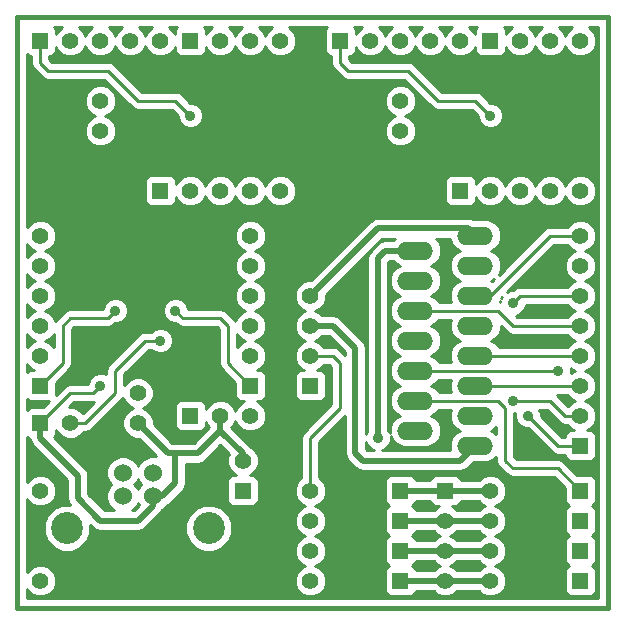
<source format=gbl>
G04 (created by PCBNEW-RS274X (2011-12-28 BZR 3254)-stable) date 2012. 03. 22. 18:32:50*
G01*
G70*
G90*
%MOIN*%
G04 Gerber Fmt 3.4, Leading zero omitted, Abs format*
%FSLAX34Y34*%
G04 APERTURE LIST*
%ADD10C,0.006000*%
%ADD11C,0.015000*%
%ADD12C,0.060000*%
%ADD13C,0.106300*%
%ADD14R,0.055000X0.055000*%
%ADD15C,0.055000*%
%ADD16O,0.120000X0.060000*%
%ADD17C,0.035000*%
%ADD18C,0.019900*%
%ADD19C,0.010000*%
G04 APERTURE END LIST*
G54D10*
G54D11*
X04724Y-24409D02*
X04724Y-04724D01*
X24409Y-24409D02*
X04724Y-24409D01*
X24409Y-04724D02*
X24409Y-24409D01*
X04724Y-04724D02*
X24409Y-04724D01*
G54D12*
X09250Y-19900D03*
X08250Y-19900D03*
X08250Y-20687D03*
X09250Y-20687D03*
G54D13*
X11112Y-21750D03*
X06388Y-21750D03*
G54D14*
X23500Y-19000D03*
G54D15*
X23500Y-18000D03*
X23500Y-17000D03*
X23500Y-16000D03*
X23500Y-15000D03*
X23500Y-14000D03*
X23500Y-13000D03*
X23500Y-12000D03*
G54D14*
X12500Y-17000D03*
G54D15*
X12500Y-16000D03*
X12500Y-15000D03*
X12500Y-14000D03*
X12500Y-13000D03*
X12500Y-12000D03*
G54D14*
X05500Y-17000D03*
G54D15*
X05500Y-16000D03*
X05500Y-15000D03*
X05500Y-14000D03*
X05500Y-13000D03*
X05500Y-12000D03*
G54D14*
X15500Y-05500D03*
G54D15*
X16500Y-05500D03*
X17500Y-05500D03*
X18500Y-05500D03*
X19500Y-05500D03*
G54D14*
X19500Y-10500D03*
G54D15*
X20500Y-10500D03*
X21500Y-10500D03*
X22500Y-10500D03*
X23500Y-10500D03*
G54D14*
X09500Y-10500D03*
G54D15*
X10500Y-10500D03*
X11500Y-10500D03*
X12500Y-10500D03*
X13500Y-10500D03*
G54D14*
X05500Y-05500D03*
G54D15*
X06500Y-05500D03*
X07500Y-05500D03*
X08500Y-05500D03*
X09500Y-05500D03*
G54D14*
X20500Y-05500D03*
G54D15*
X21500Y-05500D03*
X22500Y-05500D03*
X23500Y-05500D03*
G54D14*
X10500Y-05500D03*
G54D15*
X11500Y-05500D03*
X12500Y-05500D03*
X13500Y-05500D03*
G54D14*
X14500Y-17000D03*
G54D15*
X14500Y-16000D03*
X14500Y-15000D03*
X14500Y-14000D03*
G54D14*
X19000Y-20500D03*
G54D15*
X19000Y-21500D03*
X19000Y-22500D03*
X19000Y-23500D03*
G54D14*
X10500Y-18000D03*
G54D15*
X11500Y-18000D03*
X12500Y-18000D03*
G54D14*
X05500Y-18250D03*
G54D15*
X06500Y-18250D03*
X05500Y-20500D03*
X05500Y-23500D03*
G54D16*
X20000Y-19000D03*
X18000Y-18500D03*
X20000Y-18000D03*
X18000Y-17500D03*
X20000Y-17000D03*
X18000Y-16500D03*
X20000Y-16000D03*
X18000Y-15500D03*
X20000Y-15000D03*
X18000Y-14500D03*
X20000Y-14000D03*
X18000Y-13500D03*
X20000Y-13000D03*
X18000Y-12500D03*
X20000Y-12000D03*
G54D14*
X17500Y-23500D03*
G54D15*
X14500Y-23500D03*
G54D14*
X23500Y-23500D03*
G54D15*
X20500Y-23500D03*
G54D14*
X17500Y-22500D03*
G54D15*
X14500Y-22500D03*
G54D14*
X23500Y-22500D03*
G54D15*
X20500Y-22500D03*
G54D14*
X17500Y-21500D03*
G54D15*
X14500Y-21500D03*
G54D14*
X23500Y-21500D03*
G54D15*
X20500Y-21500D03*
G54D14*
X17500Y-20500D03*
G54D15*
X14500Y-20500D03*
G54D14*
X23500Y-20500D03*
G54D15*
X20500Y-20500D03*
X08750Y-18250D03*
X08750Y-17250D03*
X07500Y-08500D03*
X07500Y-07500D03*
X17500Y-08500D03*
X17500Y-07500D03*
G54D14*
X12250Y-20500D03*
G54D15*
X12250Y-19500D03*
G54D17*
X21750Y-18000D03*
X22750Y-16500D03*
X21250Y-14250D03*
X10500Y-08000D03*
X08000Y-14500D03*
X07500Y-17000D03*
X10000Y-14500D03*
X20500Y-08000D03*
X16750Y-18750D03*
X09500Y-15500D03*
X21250Y-17500D03*
G54D18*
X16000Y-19250D02*
X16250Y-19500D01*
X14500Y-15000D02*
X15250Y-15000D01*
X19500Y-19500D02*
X20000Y-19000D01*
X16250Y-19500D02*
X19500Y-19500D01*
X16000Y-15750D02*
X16000Y-19250D01*
X15250Y-15000D02*
X16000Y-15750D01*
G54D19*
X23500Y-15000D02*
X21250Y-15000D01*
X20750Y-14500D02*
X18000Y-14500D01*
X21250Y-15000D02*
X20750Y-14500D01*
X21750Y-18000D02*
X22750Y-19000D01*
X22750Y-19000D02*
X23500Y-19000D01*
X22750Y-16500D02*
X18000Y-16500D01*
X20000Y-17000D02*
X23500Y-17000D01*
G54D18*
X20500Y-21500D02*
X17500Y-21500D01*
G54D19*
X21500Y-14000D02*
X23500Y-14000D01*
X21250Y-14250D02*
X21500Y-14000D01*
X21250Y-19750D02*
X22750Y-19750D01*
X22750Y-19750D02*
X23500Y-20500D01*
X18000Y-17500D02*
X20750Y-17500D01*
X21000Y-19500D02*
X21250Y-19750D01*
X21000Y-17750D02*
X21000Y-19500D01*
X20750Y-17500D02*
X21000Y-17750D01*
X10500Y-08000D02*
X10000Y-07500D01*
X08750Y-07500D02*
X07750Y-06500D01*
X05500Y-06250D02*
X05500Y-05500D01*
X10000Y-07500D02*
X08750Y-07500D01*
X07750Y-06500D02*
X05750Y-06500D01*
X05750Y-06500D02*
X05500Y-06250D01*
G54D18*
X17500Y-22500D02*
X20500Y-22500D01*
X17500Y-20500D02*
X20500Y-20500D01*
G54D19*
X20000Y-14000D02*
X20500Y-14000D01*
X20500Y-14000D02*
X22500Y-12000D01*
X22500Y-12000D02*
X23500Y-12000D01*
X20000Y-16000D02*
X23500Y-16000D01*
G54D18*
X19750Y-11750D02*
X20000Y-12000D01*
X14500Y-14000D02*
X16750Y-11750D01*
X16750Y-11750D02*
X19750Y-11750D01*
G54D19*
X07750Y-14750D02*
X06500Y-14750D01*
X08000Y-14500D02*
X07750Y-14750D01*
X06250Y-15000D02*
X06250Y-16250D01*
X06500Y-14750D02*
X06250Y-15000D01*
X06250Y-16250D02*
X05500Y-17000D01*
G54D18*
X11500Y-18500D02*
X10750Y-19250D01*
G54D19*
X06500Y-17250D02*
X05500Y-18250D01*
G54D18*
X10000Y-19250D02*
X09750Y-19250D01*
X10750Y-19250D02*
X10000Y-19250D01*
X09750Y-19250D02*
X08750Y-18250D01*
X11500Y-18000D02*
X11500Y-18500D01*
G54D19*
X07500Y-17000D02*
X07250Y-17250D01*
X07250Y-17250D02*
X06500Y-17250D01*
G54D18*
X10000Y-20250D02*
X10000Y-19250D01*
X12250Y-19250D02*
X11500Y-18500D01*
X09250Y-20687D02*
X09250Y-21000D01*
X05500Y-18750D02*
X05500Y-18250D01*
X06750Y-20000D02*
X05500Y-18750D01*
X06750Y-20750D02*
X06750Y-20000D01*
X07500Y-21500D02*
X06750Y-20750D01*
X08750Y-21500D02*
X07500Y-21500D01*
X09250Y-21000D02*
X08750Y-21500D01*
X09250Y-20687D02*
X09563Y-20687D01*
X09563Y-20687D02*
X10000Y-20250D01*
X12250Y-19500D02*
X12250Y-19250D01*
G54D19*
X11750Y-16250D02*
X12500Y-17000D01*
X10000Y-14500D02*
X10250Y-14750D01*
X10250Y-14750D02*
X11500Y-14750D01*
X11500Y-14750D02*
X11750Y-15000D01*
X11750Y-15000D02*
X11750Y-16250D01*
X15750Y-06500D02*
X15500Y-06250D01*
X20500Y-08000D02*
X20000Y-07500D01*
X15500Y-06250D02*
X15500Y-05500D01*
X20000Y-07500D02*
X18750Y-07500D01*
X18750Y-07500D02*
X17750Y-06500D01*
X17750Y-06500D02*
X15750Y-06500D01*
G54D18*
X18000Y-12500D02*
X17000Y-12500D01*
X17500Y-23500D02*
X19000Y-23500D01*
X16750Y-12750D02*
X16750Y-18750D01*
X17000Y-12500D02*
X16750Y-12750D01*
X19000Y-23500D02*
X20500Y-23500D01*
G54D19*
X07000Y-18250D02*
X08000Y-17250D01*
X08000Y-17250D02*
X08000Y-16500D01*
X08000Y-16500D02*
X09000Y-15500D01*
X09000Y-15500D02*
X09500Y-15500D01*
X06500Y-18250D02*
X07000Y-18250D01*
X14500Y-16000D02*
X15250Y-16000D01*
X15500Y-17750D02*
X14500Y-18750D01*
X15500Y-16250D02*
X15500Y-17750D01*
X21250Y-17500D02*
X22500Y-17500D01*
X14500Y-18750D02*
X14500Y-20500D01*
X15250Y-16000D02*
X15500Y-16250D01*
X23000Y-18000D02*
X23500Y-18000D01*
X22500Y-17500D02*
X23000Y-18000D01*
G54D10*
G36*
X05276Y-16476D02*
X05176Y-16476D01*
X05084Y-16514D01*
X05049Y-16549D01*
X05049Y-16282D01*
X05055Y-16297D01*
X05202Y-16445D01*
X05276Y-16476D01*
X05276Y-16476D01*
G37*
G54D19*
X05276Y-16476D02*
X05176Y-16476D01*
X05084Y-16514D01*
X05049Y-16549D01*
X05049Y-16282D01*
X05055Y-16297D01*
X05202Y-16445D01*
X05276Y-16476D01*
G54D10*
G36*
X05335Y-12500D02*
X05203Y-12555D01*
X05055Y-12702D01*
X05049Y-12716D01*
X05049Y-12282D01*
X05055Y-12297D01*
X05202Y-12445D01*
X05335Y-12500D01*
X05335Y-12500D01*
G37*
G54D19*
X05335Y-12500D02*
X05203Y-12555D01*
X05055Y-12702D01*
X05049Y-12716D01*
X05049Y-12282D01*
X05055Y-12297D01*
X05202Y-12445D01*
X05335Y-12500D01*
G54D10*
G36*
X05335Y-13500D02*
X05203Y-13555D01*
X05055Y-13702D01*
X05049Y-13716D01*
X05049Y-13282D01*
X05055Y-13297D01*
X05202Y-13445D01*
X05335Y-13500D01*
X05335Y-13500D01*
G37*
G54D19*
X05335Y-13500D02*
X05203Y-13555D01*
X05055Y-13702D01*
X05049Y-13716D01*
X05049Y-13282D01*
X05055Y-13297D01*
X05202Y-13445D01*
X05335Y-13500D01*
G54D10*
G36*
X05335Y-14500D02*
X05203Y-14555D01*
X05055Y-14702D01*
X05049Y-14716D01*
X05049Y-14282D01*
X05055Y-14297D01*
X05202Y-14445D01*
X05335Y-14500D01*
X05335Y-14500D01*
G37*
G54D19*
X05335Y-14500D02*
X05203Y-14555D01*
X05055Y-14702D01*
X05049Y-14716D01*
X05049Y-14282D01*
X05055Y-14297D01*
X05202Y-14445D01*
X05335Y-14500D01*
G54D10*
G36*
X05335Y-15500D02*
X05203Y-15555D01*
X05055Y-15702D01*
X05049Y-15716D01*
X05049Y-15282D01*
X05055Y-15297D01*
X05202Y-15445D01*
X05335Y-15500D01*
X05335Y-15500D01*
G37*
G54D19*
X05335Y-15500D02*
X05203Y-15555D01*
X05055Y-15702D01*
X05049Y-15716D01*
X05049Y-15282D01*
X05055Y-15297D01*
X05202Y-15445D01*
X05335Y-15500D01*
G54D10*
G36*
X05802Y-17524D02*
X05600Y-17726D01*
X05176Y-17726D01*
X05084Y-17764D01*
X05049Y-17799D01*
X05049Y-17451D01*
X05084Y-17486D01*
X05175Y-17524D01*
X05274Y-17524D01*
X05802Y-17524D01*
X05802Y-17524D01*
G37*
G54D19*
X05802Y-17524D02*
X05600Y-17726D01*
X05176Y-17726D01*
X05084Y-17764D01*
X05049Y-17799D01*
X05049Y-17451D01*
X05084Y-17486D01*
X05175Y-17524D01*
X05274Y-17524D01*
X05802Y-17524D01*
G54D10*
G36*
X05950Y-15715D02*
X05945Y-15703D01*
X05798Y-15555D01*
X05664Y-15499D01*
X05797Y-15445D01*
X05945Y-15298D01*
X05950Y-15285D01*
X05950Y-15715D01*
X05950Y-15715D01*
G37*
G54D19*
X05950Y-15715D02*
X05945Y-15703D01*
X05798Y-15555D01*
X05664Y-15499D01*
X05797Y-15445D01*
X05945Y-15298D01*
X05950Y-15285D01*
X05950Y-15715D01*
G54D10*
G36*
X06217Y-05049D02*
X06203Y-05055D01*
X06055Y-05202D01*
X06024Y-05276D01*
X06024Y-05176D01*
X05986Y-05084D01*
X05951Y-05049D01*
X06217Y-05049D01*
X06217Y-05049D01*
G37*
G54D19*
X06217Y-05049D02*
X06203Y-05055D01*
X06055Y-05202D01*
X06024Y-05276D01*
X06024Y-05176D01*
X05986Y-05084D01*
X05951Y-05049D01*
X06217Y-05049D01*
G54D10*
G36*
X07217Y-05049D02*
X07203Y-05055D01*
X07055Y-05202D01*
X06999Y-05335D01*
X06945Y-05203D01*
X06798Y-05055D01*
X06783Y-05049D01*
X07217Y-05049D01*
X07217Y-05049D01*
G37*
G54D19*
X07217Y-05049D02*
X07203Y-05055D01*
X07055Y-05202D01*
X06999Y-05335D01*
X06945Y-05203D01*
X06798Y-05055D01*
X06783Y-05049D01*
X07217Y-05049D01*
G54D10*
G36*
X07282Y-17543D02*
X06909Y-17916D01*
X06798Y-17805D01*
X06605Y-17725D01*
X06449Y-17725D01*
X06624Y-17550D01*
X07250Y-17550D01*
X07282Y-17543D01*
X07282Y-17543D01*
G37*
G54D19*
X07282Y-17543D02*
X06909Y-17916D01*
X06798Y-17805D01*
X06605Y-17725D01*
X06449Y-17725D01*
X06624Y-17550D01*
X07250Y-17550D01*
X07282Y-17543D01*
G54D10*
G36*
X08217Y-05049D02*
X08203Y-05055D01*
X08055Y-05202D01*
X07999Y-05335D01*
X07945Y-05203D01*
X07798Y-05055D01*
X07783Y-05049D01*
X08217Y-05049D01*
X08217Y-05049D01*
G37*
G54D19*
X08217Y-05049D02*
X08203Y-05055D01*
X08055Y-05202D01*
X07999Y-05335D01*
X07945Y-05203D01*
X07798Y-05055D01*
X07783Y-05049D01*
X08217Y-05049D01*
G54D10*
G36*
X08777Y-20978D02*
X08605Y-21151D01*
X08562Y-21151D01*
X08715Y-20998D01*
X08750Y-20913D01*
X08777Y-20978D01*
X08777Y-20978D01*
G37*
G54D19*
X08777Y-20978D02*
X08605Y-21151D01*
X08562Y-21151D01*
X08715Y-20998D01*
X08750Y-20913D01*
X08777Y-20978D01*
G54D10*
G36*
X08867Y-20293D02*
X08785Y-20376D01*
X08750Y-20460D01*
X08715Y-20376D01*
X08632Y-20293D01*
X08715Y-20211D01*
X08750Y-20126D01*
X08785Y-20211D01*
X08867Y-20293D01*
X08867Y-20293D01*
G37*
G54D19*
X08867Y-20293D02*
X08785Y-20376D01*
X08750Y-20460D01*
X08715Y-20376D01*
X08632Y-20293D01*
X08715Y-20211D01*
X08750Y-20126D01*
X08785Y-20211D01*
X08867Y-20293D01*
G54D10*
G36*
X09217Y-05049D02*
X09203Y-05055D01*
X09055Y-05202D01*
X08999Y-05335D01*
X08945Y-05203D01*
X08798Y-05055D01*
X08783Y-05049D01*
X09217Y-05049D01*
X09217Y-05049D01*
G37*
G54D19*
X09217Y-05049D02*
X09203Y-05055D01*
X09055Y-05202D01*
X08999Y-05335D01*
X08945Y-05203D01*
X08798Y-05055D01*
X08783Y-05049D01*
X09217Y-05049D01*
G54D10*
G36*
X09357Y-19351D02*
X09141Y-19351D01*
X08939Y-19435D01*
X08785Y-19589D01*
X08750Y-19673D01*
X08715Y-19589D01*
X08561Y-19435D01*
X08359Y-19351D01*
X08141Y-19351D01*
X07939Y-19435D01*
X07785Y-19589D01*
X07701Y-19791D01*
X07701Y-20009D01*
X07785Y-20211D01*
X07867Y-20293D01*
X07785Y-20376D01*
X07701Y-20578D01*
X07701Y-20796D01*
X07785Y-20998D01*
X07938Y-21151D01*
X07644Y-21151D01*
X07099Y-20605D01*
X07099Y-20000D01*
X07098Y-19999D01*
X07099Y-19999D01*
X07085Y-19933D01*
X07072Y-19867D01*
X07072Y-19866D01*
X06997Y-19753D01*
X06994Y-19751D01*
X05947Y-18704D01*
X05986Y-18666D01*
X06024Y-18575D01*
X06024Y-18476D01*
X06024Y-18472D01*
X06055Y-18547D01*
X06202Y-18695D01*
X06395Y-18775D01*
X06604Y-18775D01*
X06797Y-18695D01*
X06942Y-18550D01*
X07000Y-18550D01*
X07115Y-18527D01*
X07212Y-18462D01*
X08212Y-17462D01*
X08247Y-17408D01*
X08305Y-17547D01*
X08452Y-17695D01*
X08585Y-17750D01*
X08453Y-17805D01*
X08305Y-17952D01*
X08225Y-18145D01*
X08225Y-18354D01*
X08305Y-18547D01*
X08452Y-18695D01*
X08645Y-18775D01*
X08781Y-18775D01*
X09357Y-19351D01*
X09357Y-19351D01*
G37*
G54D19*
X09357Y-19351D02*
X09141Y-19351D01*
X08939Y-19435D01*
X08785Y-19589D01*
X08750Y-19673D01*
X08715Y-19589D01*
X08561Y-19435D01*
X08359Y-19351D01*
X08141Y-19351D01*
X07939Y-19435D01*
X07785Y-19589D01*
X07701Y-19791D01*
X07701Y-20009D01*
X07785Y-20211D01*
X07867Y-20293D01*
X07785Y-20376D01*
X07701Y-20578D01*
X07701Y-20796D01*
X07785Y-20998D01*
X07938Y-21151D01*
X07644Y-21151D01*
X07099Y-20605D01*
X07099Y-20000D01*
X07098Y-19999D01*
X07099Y-19999D01*
X07085Y-19933D01*
X07072Y-19867D01*
X07072Y-19866D01*
X06997Y-19753D01*
X06994Y-19751D01*
X05947Y-18704D01*
X05986Y-18666D01*
X06024Y-18575D01*
X06024Y-18476D01*
X06024Y-18472D01*
X06055Y-18547D01*
X06202Y-18695D01*
X06395Y-18775D01*
X06604Y-18775D01*
X06797Y-18695D01*
X06942Y-18550D01*
X07000Y-18550D01*
X07115Y-18527D01*
X07212Y-18462D01*
X08212Y-17462D01*
X08247Y-17408D01*
X08305Y-17547D01*
X08452Y-17695D01*
X08585Y-17750D01*
X08453Y-17805D01*
X08305Y-17952D01*
X08225Y-18145D01*
X08225Y-18354D01*
X08305Y-18547D01*
X08452Y-18695D01*
X08645Y-18775D01*
X08781Y-18775D01*
X09357Y-19351D01*
G54D10*
G36*
X10049Y-05049D02*
X10014Y-05084D01*
X09976Y-05175D01*
X09976Y-05274D01*
X09976Y-05277D01*
X09945Y-05203D01*
X09798Y-05055D01*
X09783Y-05049D01*
X10049Y-05049D01*
X10049Y-05049D01*
G37*
G54D19*
X10049Y-05049D02*
X10014Y-05084D01*
X09976Y-05175D01*
X09976Y-05274D01*
X09976Y-05277D01*
X09945Y-05203D01*
X09798Y-05055D01*
X09783Y-05049D01*
X10049Y-05049D01*
G54D10*
G36*
X11217Y-05049D02*
X11203Y-05055D01*
X11055Y-05202D01*
X11024Y-05276D01*
X11024Y-05176D01*
X10986Y-05084D01*
X10951Y-05049D01*
X11217Y-05049D01*
X11217Y-05049D01*
G37*
G54D19*
X11217Y-05049D02*
X11203Y-05055D01*
X11055Y-05202D01*
X11024Y-05276D01*
X11024Y-05176D01*
X10986Y-05084D01*
X10951Y-05049D01*
X11217Y-05049D01*
G54D10*
G36*
X12217Y-05049D02*
X12203Y-05055D01*
X12055Y-05202D01*
X11999Y-05335D01*
X11945Y-05203D01*
X11798Y-05055D01*
X11783Y-05049D01*
X12217Y-05049D01*
X12217Y-05049D01*
G37*
G54D19*
X12217Y-05049D02*
X12203Y-05055D01*
X12055Y-05202D01*
X11999Y-05335D01*
X11945Y-05203D01*
X11798Y-05055D01*
X11783Y-05049D01*
X12217Y-05049D01*
G54D10*
G36*
X12335Y-15500D02*
X12203Y-15555D01*
X12055Y-15702D01*
X12050Y-15714D01*
X12050Y-15284D01*
X12055Y-15297D01*
X12202Y-15445D01*
X12335Y-15500D01*
X12335Y-15500D01*
G37*
G54D19*
X12335Y-15500D02*
X12203Y-15555D01*
X12055Y-15702D01*
X12050Y-15714D01*
X12050Y-15284D01*
X12055Y-15297D01*
X12202Y-15445D01*
X12335Y-15500D01*
G54D10*
G36*
X13217Y-05049D02*
X13203Y-05055D01*
X13055Y-05202D01*
X12999Y-05335D01*
X12945Y-05203D01*
X12798Y-05055D01*
X12783Y-05049D01*
X13217Y-05049D01*
X13217Y-05049D01*
G37*
G54D19*
X13217Y-05049D02*
X13203Y-05055D01*
X13055Y-05202D01*
X12999Y-05335D01*
X12945Y-05203D01*
X12798Y-05055D01*
X12783Y-05049D01*
X13217Y-05049D01*
G54D10*
G36*
X15651Y-15976D02*
X15462Y-15788D01*
X15365Y-15723D01*
X15250Y-15700D01*
X14942Y-15700D01*
X14798Y-15555D01*
X14664Y-15499D01*
X14797Y-15445D01*
X14893Y-15349D01*
X15105Y-15349D01*
X15651Y-15894D01*
X15651Y-15976D01*
X15651Y-15976D01*
G37*
G54D19*
X15651Y-15976D02*
X15462Y-15788D01*
X15365Y-15723D01*
X15250Y-15700D01*
X14942Y-15700D01*
X14798Y-15555D01*
X14664Y-15499D01*
X14797Y-15445D01*
X14893Y-15349D01*
X15105Y-15349D01*
X15651Y-15894D01*
X15651Y-15976D01*
G54D10*
G36*
X16217Y-05049D02*
X16203Y-05055D01*
X16055Y-05202D01*
X16024Y-05276D01*
X16024Y-05176D01*
X15986Y-05084D01*
X15951Y-05049D01*
X16217Y-05049D01*
X16217Y-05049D01*
G37*
G54D19*
X16217Y-05049D02*
X16203Y-05055D01*
X16055Y-05202D01*
X16024Y-05276D01*
X16024Y-05176D01*
X15986Y-05084D01*
X15951Y-05049D01*
X16217Y-05049D01*
G54D10*
G36*
X16607Y-19151D02*
X16394Y-19151D01*
X16349Y-19105D01*
X16349Y-18892D01*
X16389Y-18990D01*
X16509Y-19110D01*
X16607Y-19151D01*
X16607Y-19151D01*
G37*
G54D19*
X16607Y-19151D02*
X16394Y-19151D01*
X16349Y-19105D01*
X16349Y-18892D01*
X16389Y-18990D01*
X16509Y-19110D01*
X16607Y-19151D01*
G54D10*
G36*
X17217Y-05049D02*
X17203Y-05055D01*
X17055Y-05202D01*
X16999Y-05335D01*
X16945Y-05203D01*
X16798Y-05055D01*
X16783Y-05049D01*
X17217Y-05049D01*
X17217Y-05049D01*
G37*
G54D19*
X17217Y-05049D02*
X17203Y-05055D01*
X17055Y-05202D01*
X16999Y-05335D01*
X16945Y-05203D01*
X16798Y-05055D01*
X16783Y-05049D01*
X17217Y-05049D01*
G54D10*
G36*
X17321Y-12099D02*
X17269Y-12151D01*
X17000Y-12151D01*
X16866Y-12178D01*
X16753Y-12253D01*
X16751Y-12255D01*
X16503Y-12503D01*
X16428Y-12616D01*
X16401Y-12750D01*
X16401Y-18498D01*
X16390Y-18509D01*
X16349Y-18607D01*
X16349Y-15750D01*
X16322Y-15617D01*
X16322Y-15616D01*
X16247Y-15503D01*
X16244Y-15501D01*
X15497Y-14753D01*
X15384Y-14678D01*
X15250Y-14651D01*
X14893Y-14651D01*
X14798Y-14555D01*
X14664Y-14499D01*
X14797Y-14445D01*
X14945Y-14298D01*
X15025Y-14105D01*
X15025Y-13968D01*
X16894Y-12099D01*
X17321Y-12099D01*
X17321Y-12099D01*
G37*
G54D19*
X17321Y-12099D02*
X17269Y-12151D01*
X17000Y-12151D01*
X16866Y-12178D01*
X16753Y-12253D01*
X16751Y-12255D01*
X16503Y-12503D01*
X16428Y-12616D01*
X16401Y-12750D01*
X16401Y-18498D01*
X16390Y-18509D01*
X16349Y-18607D01*
X16349Y-15750D01*
X16322Y-15617D01*
X16322Y-15616D01*
X16247Y-15503D01*
X16244Y-15501D01*
X15497Y-14753D01*
X15384Y-14678D01*
X15250Y-14651D01*
X14893Y-14651D01*
X14798Y-14555D01*
X14664Y-14499D01*
X14797Y-14445D01*
X14945Y-14298D01*
X15025Y-14105D01*
X15025Y-13968D01*
X16894Y-12099D01*
X17321Y-12099D01*
G54D10*
G36*
X17480Y-17999D02*
X17378Y-18042D01*
X17227Y-18194D01*
X17144Y-18392D01*
X17144Y-18590D01*
X17111Y-18510D01*
X17099Y-18498D01*
X17099Y-12894D01*
X17144Y-12849D01*
X17269Y-12849D01*
X17378Y-12957D01*
X17480Y-12999D01*
X17378Y-13042D01*
X17227Y-13194D01*
X17144Y-13392D01*
X17144Y-13607D01*
X17226Y-13806D01*
X17378Y-13957D01*
X17480Y-13999D01*
X17378Y-14042D01*
X17227Y-14194D01*
X17144Y-14392D01*
X17144Y-14607D01*
X17226Y-14806D01*
X17378Y-14957D01*
X17480Y-14999D01*
X17378Y-15042D01*
X17227Y-15194D01*
X17144Y-15392D01*
X17144Y-15607D01*
X17226Y-15806D01*
X17378Y-15957D01*
X17480Y-15999D01*
X17378Y-16042D01*
X17227Y-16194D01*
X17144Y-16392D01*
X17144Y-16607D01*
X17226Y-16806D01*
X17378Y-16957D01*
X17480Y-16999D01*
X17378Y-17042D01*
X17227Y-17194D01*
X17144Y-17392D01*
X17144Y-17607D01*
X17226Y-17806D01*
X17378Y-17957D01*
X17480Y-17999D01*
X17480Y-17999D01*
G37*
G54D19*
X17480Y-17999D02*
X17378Y-18042D01*
X17227Y-18194D01*
X17144Y-18392D01*
X17144Y-18590D01*
X17111Y-18510D01*
X17099Y-18498D01*
X17099Y-12894D01*
X17144Y-12849D01*
X17269Y-12849D01*
X17378Y-12957D01*
X17480Y-12999D01*
X17378Y-13042D01*
X17227Y-13194D01*
X17144Y-13392D01*
X17144Y-13607D01*
X17226Y-13806D01*
X17378Y-13957D01*
X17480Y-13999D01*
X17378Y-14042D01*
X17227Y-14194D01*
X17144Y-14392D01*
X17144Y-14607D01*
X17226Y-14806D01*
X17378Y-14957D01*
X17480Y-14999D01*
X17378Y-15042D01*
X17227Y-15194D01*
X17144Y-15392D01*
X17144Y-15607D01*
X17226Y-15806D01*
X17378Y-15957D01*
X17480Y-15999D01*
X17378Y-16042D01*
X17227Y-16194D01*
X17144Y-16392D01*
X17144Y-16607D01*
X17226Y-16806D01*
X17378Y-16957D01*
X17480Y-16999D01*
X17378Y-17042D01*
X17227Y-17194D01*
X17144Y-17392D01*
X17144Y-17607D01*
X17226Y-17806D01*
X17378Y-17957D01*
X17480Y-17999D01*
G54D10*
G36*
X18217Y-05049D02*
X18203Y-05055D01*
X18055Y-05202D01*
X17999Y-05335D01*
X17945Y-05203D01*
X17798Y-05055D01*
X17783Y-05049D01*
X18217Y-05049D01*
X18217Y-05049D01*
G37*
G54D19*
X18217Y-05049D02*
X18203Y-05055D01*
X18055Y-05202D01*
X17999Y-05335D01*
X17945Y-05203D01*
X17798Y-05055D01*
X17783Y-05049D01*
X18217Y-05049D01*
G54D10*
G36*
X18774Y-21024D02*
X18703Y-21055D01*
X18606Y-21151D01*
X18013Y-21151D01*
X17986Y-21084D01*
X17916Y-21014D01*
X17882Y-20999D01*
X17916Y-20986D01*
X17986Y-20916D01*
X18013Y-20849D01*
X18486Y-20849D01*
X18514Y-20916D01*
X18584Y-20986D01*
X18675Y-21024D01*
X18774Y-21024D01*
X18774Y-21024D01*
G37*
G54D19*
X18774Y-21024D02*
X18703Y-21055D01*
X18606Y-21151D01*
X18013Y-21151D01*
X17986Y-21084D01*
X17916Y-21014D01*
X17882Y-20999D01*
X17916Y-20986D01*
X17986Y-20916D01*
X18013Y-20849D01*
X18486Y-20849D01*
X18514Y-20916D01*
X18584Y-20986D01*
X18675Y-21024D01*
X18774Y-21024D01*
G54D10*
G36*
X18835Y-22000D02*
X18703Y-22055D01*
X18606Y-22151D01*
X18013Y-22151D01*
X17986Y-22084D01*
X17916Y-22014D01*
X17882Y-21999D01*
X17916Y-21986D01*
X17986Y-21916D01*
X18013Y-21849D01*
X18606Y-21849D01*
X18702Y-21945D01*
X18835Y-22000D01*
X18835Y-22000D01*
G37*
G54D19*
X18835Y-22000D02*
X18703Y-22055D01*
X18606Y-22151D01*
X18013Y-22151D01*
X17986Y-22084D01*
X17916Y-22014D01*
X17882Y-21999D01*
X17916Y-21986D01*
X17986Y-21916D01*
X18013Y-21849D01*
X18606Y-21849D01*
X18702Y-21945D01*
X18835Y-22000D01*
G54D10*
G36*
X18835Y-23000D02*
X18703Y-23055D01*
X18606Y-23151D01*
X18013Y-23151D01*
X17986Y-23084D01*
X17916Y-23014D01*
X17882Y-22999D01*
X17916Y-22986D01*
X17986Y-22916D01*
X18013Y-22849D01*
X18606Y-22849D01*
X18702Y-22945D01*
X18835Y-23000D01*
X18835Y-23000D01*
G37*
G54D19*
X18835Y-23000D02*
X18703Y-23055D01*
X18606Y-23151D01*
X18013Y-23151D01*
X17986Y-23084D01*
X17916Y-23014D01*
X17882Y-22999D01*
X17916Y-22986D01*
X17986Y-22916D01*
X18013Y-22849D01*
X18606Y-22849D01*
X18702Y-22945D01*
X18835Y-23000D01*
G54D10*
G36*
X19182Y-17200D02*
X18776Y-17200D01*
X18774Y-17194D01*
X18622Y-17043D01*
X18519Y-17000D01*
X18622Y-16958D01*
X18773Y-16806D01*
X18775Y-16800D01*
X19182Y-16800D01*
X19144Y-16892D01*
X19144Y-17107D01*
X19182Y-17200D01*
X19182Y-17200D01*
G37*
G54D19*
X19182Y-17200D02*
X18776Y-17200D01*
X18774Y-17194D01*
X18622Y-17043D01*
X18519Y-17000D01*
X18622Y-16958D01*
X18773Y-16806D01*
X18775Y-16800D01*
X19182Y-16800D01*
X19144Y-16892D01*
X19144Y-17107D01*
X19182Y-17200D01*
G54D10*
G36*
X19217Y-05049D02*
X19203Y-05055D01*
X19055Y-05202D01*
X18999Y-05335D01*
X18945Y-05203D01*
X18798Y-05055D01*
X18783Y-05049D01*
X19217Y-05049D01*
X19217Y-05049D01*
G37*
G54D19*
X19217Y-05049D02*
X19203Y-05055D01*
X19055Y-05202D01*
X18999Y-05335D01*
X18945Y-05203D01*
X18798Y-05055D01*
X18783Y-05049D01*
X19217Y-05049D01*
G54D10*
G36*
X19480Y-13499D02*
X19378Y-13542D01*
X19227Y-13694D01*
X19144Y-13892D01*
X19144Y-14107D01*
X19182Y-14200D01*
X18776Y-14200D01*
X18774Y-14194D01*
X18622Y-14043D01*
X18519Y-14000D01*
X18622Y-13958D01*
X18773Y-13806D01*
X18856Y-13608D01*
X18856Y-13393D01*
X18774Y-13194D01*
X18622Y-13043D01*
X18519Y-13000D01*
X18622Y-12958D01*
X18773Y-12806D01*
X18856Y-12608D01*
X18856Y-12393D01*
X18774Y-12194D01*
X18678Y-12099D01*
X19144Y-12099D01*
X19144Y-12107D01*
X19226Y-12306D01*
X19378Y-12457D01*
X19480Y-12499D01*
X19378Y-12542D01*
X19227Y-12694D01*
X19144Y-12892D01*
X19144Y-13107D01*
X19226Y-13306D01*
X19378Y-13457D01*
X19480Y-13499D01*
X19480Y-13499D01*
G37*
G54D19*
X19480Y-13499D02*
X19378Y-13542D01*
X19227Y-13694D01*
X19144Y-13892D01*
X19144Y-14107D01*
X19182Y-14200D01*
X18776Y-14200D01*
X18774Y-14194D01*
X18622Y-14043D01*
X18519Y-14000D01*
X18622Y-13958D01*
X18773Y-13806D01*
X18856Y-13608D01*
X18856Y-13393D01*
X18774Y-13194D01*
X18622Y-13043D01*
X18519Y-13000D01*
X18622Y-12958D01*
X18773Y-12806D01*
X18856Y-12608D01*
X18856Y-12393D01*
X18774Y-12194D01*
X18678Y-12099D01*
X19144Y-12099D01*
X19144Y-12107D01*
X19226Y-12306D01*
X19378Y-12457D01*
X19480Y-12499D01*
X19378Y-12542D01*
X19227Y-12694D01*
X19144Y-12892D01*
X19144Y-13107D01*
X19226Y-13306D01*
X19378Y-13457D01*
X19480Y-13499D01*
G54D10*
G36*
X19480Y-15499D02*
X19378Y-15542D01*
X19227Y-15694D01*
X19144Y-15892D01*
X19144Y-16107D01*
X19182Y-16200D01*
X18776Y-16200D01*
X18774Y-16194D01*
X18622Y-16043D01*
X18519Y-16000D01*
X18622Y-15958D01*
X18773Y-15806D01*
X18856Y-15608D01*
X18856Y-15393D01*
X18774Y-15194D01*
X18622Y-15043D01*
X18519Y-15000D01*
X18622Y-14958D01*
X18773Y-14806D01*
X18775Y-14800D01*
X19182Y-14800D01*
X19144Y-14892D01*
X19144Y-15107D01*
X19226Y-15306D01*
X19378Y-15457D01*
X19480Y-15499D01*
X19480Y-15499D01*
G37*
G54D19*
X19480Y-15499D02*
X19378Y-15542D01*
X19227Y-15694D01*
X19144Y-15892D01*
X19144Y-16107D01*
X19182Y-16200D01*
X18776Y-16200D01*
X18774Y-16194D01*
X18622Y-16043D01*
X18519Y-16000D01*
X18622Y-15958D01*
X18773Y-15806D01*
X18856Y-15608D01*
X18856Y-15393D01*
X18774Y-15194D01*
X18622Y-15043D01*
X18519Y-15000D01*
X18622Y-14958D01*
X18773Y-14806D01*
X18775Y-14800D01*
X19182Y-14800D01*
X19144Y-14892D01*
X19144Y-15107D01*
X19226Y-15306D01*
X19378Y-15457D01*
X19480Y-15499D01*
G54D10*
G36*
X19480Y-18499D02*
X19378Y-18542D01*
X19227Y-18694D01*
X19144Y-18892D01*
X19144Y-19107D01*
X19162Y-19151D01*
X16892Y-19151D01*
X16990Y-19111D01*
X17110Y-18991D01*
X17175Y-18835D01*
X17175Y-18682D01*
X17226Y-18806D01*
X17378Y-18957D01*
X17576Y-19040D01*
X17791Y-19040D01*
X18423Y-19040D01*
X18622Y-18958D01*
X18773Y-18806D01*
X18856Y-18608D01*
X18856Y-18393D01*
X18774Y-18194D01*
X18622Y-18043D01*
X18519Y-18000D01*
X18622Y-17958D01*
X18773Y-17806D01*
X18775Y-17800D01*
X19182Y-17800D01*
X19144Y-17892D01*
X19144Y-18107D01*
X19226Y-18306D01*
X19378Y-18457D01*
X19480Y-18499D01*
X19480Y-18499D01*
G37*
G54D19*
X19480Y-18499D02*
X19378Y-18542D01*
X19227Y-18694D01*
X19144Y-18892D01*
X19144Y-19107D01*
X19162Y-19151D01*
X16892Y-19151D01*
X16990Y-19111D01*
X17110Y-18991D01*
X17175Y-18835D01*
X17175Y-18682D01*
X17226Y-18806D01*
X17378Y-18957D01*
X17576Y-19040D01*
X17791Y-19040D01*
X18423Y-19040D01*
X18622Y-18958D01*
X18773Y-18806D01*
X18856Y-18608D01*
X18856Y-18393D01*
X18774Y-18194D01*
X18622Y-18043D01*
X18519Y-18000D01*
X18622Y-17958D01*
X18773Y-17806D01*
X18775Y-17800D01*
X19182Y-17800D01*
X19144Y-17892D01*
X19144Y-18107D01*
X19226Y-18306D01*
X19378Y-18457D01*
X19480Y-18499D01*
G54D10*
G36*
X20049Y-05049D02*
X20014Y-05084D01*
X19976Y-05175D01*
X19976Y-05274D01*
X19976Y-05277D01*
X19945Y-05203D01*
X19798Y-05055D01*
X19783Y-05049D01*
X20049Y-05049D01*
X20049Y-05049D01*
G37*
G54D19*
X20049Y-05049D02*
X20014Y-05084D01*
X19976Y-05175D01*
X19976Y-05274D01*
X19976Y-05277D01*
X19945Y-05203D01*
X19798Y-05055D01*
X19783Y-05049D01*
X20049Y-05049D01*
G54D10*
G36*
X20335Y-21000D02*
X20203Y-21055D01*
X20106Y-21151D01*
X19393Y-21151D01*
X19298Y-21055D01*
X19223Y-21024D01*
X19324Y-21024D01*
X19416Y-20986D01*
X19486Y-20916D01*
X19513Y-20849D01*
X20106Y-20849D01*
X20202Y-20945D01*
X20335Y-21000D01*
X20335Y-21000D01*
G37*
G54D19*
X20335Y-21000D02*
X20203Y-21055D01*
X20106Y-21151D01*
X19393Y-21151D01*
X19298Y-21055D01*
X19223Y-21024D01*
X19324Y-21024D01*
X19416Y-20986D01*
X19486Y-20916D01*
X19513Y-20849D01*
X20106Y-20849D01*
X20202Y-20945D01*
X20335Y-21000D01*
G54D10*
G36*
X20335Y-22000D02*
X20203Y-22055D01*
X20106Y-22151D01*
X19393Y-22151D01*
X19298Y-22055D01*
X19164Y-21999D01*
X19297Y-21945D01*
X19393Y-21849D01*
X20106Y-21849D01*
X20202Y-21945D01*
X20335Y-22000D01*
X20335Y-22000D01*
G37*
G54D19*
X20335Y-22000D02*
X20203Y-22055D01*
X20106Y-22151D01*
X19393Y-22151D01*
X19298Y-22055D01*
X19164Y-21999D01*
X19297Y-21945D01*
X19393Y-21849D01*
X20106Y-21849D01*
X20202Y-21945D01*
X20335Y-22000D01*
G54D10*
G36*
X20335Y-23000D02*
X20203Y-23055D01*
X20106Y-23151D01*
X19393Y-23151D01*
X19298Y-23055D01*
X19164Y-22999D01*
X19297Y-22945D01*
X19393Y-22849D01*
X20106Y-22849D01*
X20202Y-22945D01*
X20335Y-23000D01*
X20335Y-23000D01*
G37*
G54D19*
X20335Y-23000D02*
X20203Y-23055D01*
X20106Y-23151D01*
X19393Y-23151D01*
X19298Y-23055D01*
X19164Y-22999D01*
X19297Y-22945D01*
X19393Y-22849D01*
X20106Y-22849D01*
X20202Y-22945D01*
X20335Y-23000D01*
G54D10*
G36*
X20615Y-13460D02*
X20559Y-13516D01*
X20519Y-13500D01*
X20615Y-13460D01*
X20615Y-13460D01*
G37*
G54D19*
X20615Y-13460D02*
X20559Y-13516D01*
X20519Y-13500D01*
X20615Y-13460D01*
G54D10*
G36*
X20700Y-18620D02*
X20622Y-18543D01*
X20519Y-18500D01*
X20622Y-18458D01*
X20700Y-18379D01*
X20700Y-18620D01*
X20700Y-18620D01*
G37*
G54D19*
X20700Y-18620D02*
X20622Y-18543D01*
X20519Y-18500D01*
X20622Y-18458D01*
X20700Y-18379D01*
X20700Y-18620D01*
G54D10*
G36*
X20825Y-14215D02*
X20812Y-14212D01*
X20825Y-14181D01*
X20825Y-14215D01*
X20825Y-14215D01*
G37*
G54D19*
X20825Y-14215D02*
X20812Y-14212D01*
X20825Y-14181D01*
X20825Y-14215D01*
G54D10*
G36*
X20872Y-14051D02*
X20856Y-14090D01*
X20856Y-14068D01*
X20872Y-14051D01*
X20872Y-14051D01*
G37*
G54D19*
X20872Y-14051D02*
X20856Y-14090D01*
X20856Y-14068D01*
X20872Y-14051D01*
G54D10*
G36*
X21217Y-05049D02*
X21203Y-05055D01*
X21055Y-05202D01*
X21024Y-05276D01*
X21024Y-05176D01*
X20986Y-05084D01*
X20951Y-05049D01*
X21217Y-05049D01*
X21217Y-05049D01*
G37*
G54D19*
X21217Y-05049D02*
X21203Y-05055D01*
X21055Y-05202D01*
X21024Y-05276D01*
X21024Y-05176D01*
X20986Y-05084D01*
X20951Y-05049D01*
X21217Y-05049D01*
G54D10*
G36*
X22217Y-05049D02*
X22203Y-05055D01*
X22055Y-05202D01*
X21999Y-05335D01*
X21945Y-05203D01*
X21798Y-05055D01*
X21783Y-05049D01*
X22217Y-05049D01*
X22217Y-05049D01*
G37*
G54D19*
X22217Y-05049D02*
X22203Y-05055D01*
X22055Y-05202D01*
X21999Y-05335D01*
X21945Y-05203D01*
X21798Y-05055D01*
X21783Y-05049D01*
X22217Y-05049D01*
G54D10*
G36*
X23217Y-05049D02*
X23203Y-05055D01*
X23055Y-05202D01*
X22999Y-05335D01*
X22945Y-05203D01*
X22798Y-05055D01*
X22783Y-05049D01*
X23217Y-05049D01*
X23217Y-05049D01*
G37*
G54D19*
X23217Y-05049D02*
X23203Y-05055D01*
X23055Y-05202D01*
X22999Y-05335D01*
X22945Y-05203D01*
X22798Y-05055D01*
X22783Y-05049D01*
X23217Y-05049D01*
G54D10*
G36*
X23276Y-18476D02*
X23176Y-18476D01*
X23084Y-18514D01*
X23014Y-18584D01*
X22976Y-18675D01*
X22976Y-18700D01*
X22874Y-18700D01*
X22175Y-18001D01*
X22175Y-17916D01*
X22127Y-17800D01*
X22376Y-17800D01*
X22788Y-18212D01*
X22885Y-18277D01*
X23000Y-18300D01*
X23057Y-18300D01*
X23202Y-18445D01*
X23276Y-18476D01*
X23276Y-18476D01*
G37*
G54D19*
X23276Y-18476D02*
X23176Y-18476D01*
X23084Y-18514D01*
X23014Y-18584D01*
X22976Y-18675D01*
X22976Y-18700D01*
X22874Y-18700D01*
X22175Y-18001D01*
X22175Y-17916D01*
X22127Y-17800D01*
X22376Y-17800D01*
X22788Y-18212D01*
X22885Y-18277D01*
X23000Y-18300D01*
X23057Y-18300D01*
X23202Y-18445D01*
X23276Y-18476D01*
G54D10*
G36*
X23335Y-13500D02*
X23203Y-13555D01*
X23057Y-13700D01*
X21500Y-13700D01*
X21385Y-13723D01*
X21287Y-13788D01*
X21250Y-13825D01*
X21166Y-13825D01*
X21052Y-13871D01*
X22624Y-12300D01*
X23057Y-12300D01*
X23202Y-12445D01*
X23335Y-12500D01*
X23203Y-12555D01*
X23055Y-12702D01*
X22975Y-12895D01*
X22975Y-13104D01*
X23055Y-13297D01*
X23202Y-13445D01*
X23335Y-13500D01*
X23335Y-13500D01*
G37*
G54D19*
X23335Y-13500D02*
X23203Y-13555D01*
X23057Y-13700D01*
X21500Y-13700D01*
X21385Y-13723D01*
X21287Y-13788D01*
X21250Y-13825D01*
X21166Y-13825D01*
X21052Y-13871D01*
X22624Y-12300D01*
X23057Y-12300D01*
X23202Y-12445D01*
X23335Y-12500D01*
X23203Y-12555D01*
X23055Y-12702D01*
X22975Y-12895D01*
X22975Y-13104D01*
X23055Y-13297D01*
X23202Y-13445D01*
X23335Y-13500D01*
G54D10*
G36*
X23335Y-14500D02*
X23203Y-14555D01*
X23057Y-14700D01*
X21374Y-14700D01*
X21344Y-14670D01*
X21490Y-14611D01*
X21610Y-14491D01*
X21675Y-14335D01*
X21675Y-14300D01*
X23057Y-14300D01*
X23202Y-14445D01*
X23335Y-14500D01*
X23335Y-14500D01*
G37*
G54D19*
X23335Y-14500D02*
X23203Y-14555D01*
X23057Y-14700D01*
X21374Y-14700D01*
X21344Y-14670D01*
X21490Y-14611D01*
X21610Y-14491D01*
X21675Y-14335D01*
X21675Y-14300D01*
X23057Y-14300D01*
X23202Y-14445D01*
X23335Y-14500D01*
G54D10*
G36*
X23335Y-15500D02*
X23203Y-15555D01*
X23057Y-15700D01*
X20776Y-15700D01*
X20774Y-15694D01*
X20622Y-15543D01*
X20519Y-15500D01*
X20622Y-15458D01*
X20773Y-15306D01*
X20856Y-15108D01*
X20856Y-15030D01*
X21038Y-15212D01*
X21135Y-15277D01*
X21250Y-15300D01*
X23057Y-15300D01*
X23202Y-15445D01*
X23335Y-15500D01*
X23335Y-15500D01*
G37*
G54D19*
X23335Y-15500D02*
X23203Y-15555D01*
X23057Y-15700D01*
X20776Y-15700D01*
X20774Y-15694D01*
X20622Y-15543D01*
X20519Y-15500D01*
X20622Y-15458D01*
X20773Y-15306D01*
X20856Y-15108D01*
X20856Y-15030D01*
X21038Y-15212D01*
X21135Y-15277D01*
X21250Y-15300D01*
X23057Y-15300D01*
X23202Y-15445D01*
X23335Y-15500D01*
G54D10*
G36*
X23335Y-16500D02*
X23203Y-16555D01*
X23175Y-16582D01*
X23175Y-16417D01*
X23202Y-16445D01*
X23335Y-16500D01*
X23335Y-16500D01*
G37*
G54D19*
X23335Y-16500D02*
X23203Y-16555D01*
X23175Y-16582D01*
X23175Y-16417D01*
X23202Y-16445D01*
X23335Y-16500D01*
G54D10*
G36*
X23335Y-17500D02*
X23203Y-17555D01*
X23090Y-17666D01*
X22724Y-17300D01*
X23057Y-17300D01*
X23202Y-17445D01*
X23335Y-17500D01*
X23335Y-17500D01*
G37*
G54D19*
X23335Y-17500D02*
X23203Y-17555D01*
X23090Y-17666D01*
X22724Y-17300D01*
X23057Y-17300D01*
X23202Y-17445D01*
X23335Y-17500D01*
G54D10*
G36*
X24084Y-24084D02*
X24025Y-24084D01*
X24025Y-18105D01*
X24025Y-17896D01*
X23945Y-17703D01*
X23798Y-17555D01*
X23664Y-17499D01*
X23797Y-17445D01*
X23945Y-17298D01*
X24025Y-17105D01*
X24025Y-16896D01*
X23945Y-16703D01*
X23798Y-16555D01*
X23664Y-16499D01*
X23797Y-16445D01*
X23945Y-16298D01*
X24025Y-16105D01*
X24025Y-15896D01*
X23945Y-15703D01*
X23798Y-15555D01*
X23664Y-15499D01*
X23797Y-15445D01*
X23945Y-15298D01*
X24025Y-15105D01*
X24025Y-14896D01*
X23945Y-14703D01*
X23798Y-14555D01*
X23664Y-14499D01*
X23797Y-14445D01*
X23945Y-14298D01*
X24025Y-14105D01*
X24025Y-13896D01*
X23945Y-13703D01*
X23798Y-13555D01*
X23664Y-13499D01*
X23797Y-13445D01*
X23945Y-13298D01*
X24025Y-13105D01*
X24025Y-12896D01*
X23945Y-12703D01*
X23798Y-12555D01*
X23664Y-12499D01*
X23797Y-12445D01*
X23945Y-12298D01*
X24025Y-12105D01*
X24025Y-11896D01*
X24025Y-10605D01*
X24025Y-10396D01*
X23945Y-10203D01*
X23798Y-10055D01*
X23605Y-09975D01*
X23396Y-09975D01*
X23203Y-10055D01*
X23055Y-10202D01*
X22999Y-10335D01*
X22945Y-10203D01*
X22798Y-10055D01*
X22605Y-09975D01*
X22396Y-09975D01*
X22203Y-10055D01*
X22055Y-10202D01*
X21999Y-10335D01*
X21945Y-10203D01*
X21798Y-10055D01*
X21605Y-09975D01*
X21396Y-09975D01*
X21203Y-10055D01*
X21055Y-10202D01*
X20999Y-10335D01*
X20945Y-10203D01*
X20798Y-10055D01*
X20605Y-09975D01*
X20396Y-09975D01*
X20203Y-10055D01*
X20055Y-10202D01*
X20024Y-10276D01*
X20024Y-10176D01*
X19986Y-10084D01*
X19916Y-10014D01*
X19825Y-09976D01*
X19726Y-09976D01*
X19176Y-09976D01*
X19084Y-10014D01*
X19014Y-10084D01*
X18976Y-10175D01*
X18976Y-10274D01*
X18976Y-10824D01*
X19014Y-10916D01*
X19084Y-10986D01*
X19175Y-11024D01*
X19274Y-11024D01*
X19824Y-11024D01*
X19916Y-10986D01*
X19986Y-10916D01*
X20024Y-10825D01*
X20024Y-10726D01*
X20024Y-10722D01*
X20055Y-10797D01*
X20202Y-10945D01*
X20395Y-11025D01*
X20604Y-11025D01*
X20797Y-10945D01*
X20945Y-10798D01*
X21000Y-10664D01*
X21055Y-10797D01*
X21202Y-10945D01*
X21395Y-11025D01*
X21604Y-11025D01*
X21797Y-10945D01*
X21945Y-10798D01*
X22000Y-10664D01*
X22055Y-10797D01*
X22202Y-10945D01*
X22395Y-11025D01*
X22604Y-11025D01*
X22797Y-10945D01*
X22945Y-10798D01*
X23000Y-10664D01*
X23055Y-10797D01*
X23202Y-10945D01*
X23395Y-11025D01*
X23604Y-11025D01*
X23797Y-10945D01*
X23945Y-10798D01*
X24025Y-10605D01*
X24025Y-11896D01*
X23945Y-11703D01*
X23798Y-11555D01*
X23605Y-11475D01*
X23396Y-11475D01*
X23203Y-11555D01*
X23057Y-11700D01*
X22500Y-11700D01*
X22385Y-11723D01*
X22288Y-11788D01*
X20775Y-13300D01*
X20856Y-13108D01*
X20856Y-12893D01*
X20774Y-12694D01*
X20622Y-12543D01*
X20519Y-12500D01*
X20622Y-12458D01*
X20773Y-12306D01*
X20856Y-12108D01*
X20856Y-11893D01*
X20774Y-11694D01*
X20622Y-11543D01*
X20424Y-11460D01*
X20209Y-11460D01*
X19932Y-11460D01*
X19884Y-11428D01*
X19750Y-11401D01*
X18025Y-11401D01*
X18025Y-08605D01*
X18025Y-08396D01*
X17945Y-08203D01*
X17798Y-08055D01*
X17664Y-07999D01*
X17797Y-07945D01*
X17945Y-07798D01*
X18025Y-07605D01*
X18025Y-07396D01*
X17945Y-07203D01*
X17798Y-07055D01*
X17605Y-06975D01*
X17396Y-06975D01*
X17203Y-07055D01*
X17055Y-07202D01*
X16975Y-07395D01*
X16975Y-07604D01*
X17055Y-07797D01*
X17202Y-07945D01*
X17335Y-08000D01*
X17203Y-08055D01*
X17055Y-08202D01*
X16975Y-08395D01*
X16975Y-08604D01*
X17055Y-08797D01*
X17202Y-08945D01*
X17395Y-09025D01*
X17604Y-09025D01*
X17797Y-08945D01*
X17945Y-08798D01*
X18025Y-08605D01*
X18025Y-11401D01*
X16750Y-11401D01*
X16749Y-11401D01*
X16616Y-11428D01*
X16503Y-11503D01*
X16501Y-11505D01*
X14531Y-13475D01*
X14396Y-13475D01*
X14203Y-13555D01*
X14055Y-13702D01*
X14025Y-13774D01*
X14025Y-10605D01*
X14025Y-10396D01*
X13945Y-10203D01*
X13798Y-10055D01*
X13605Y-09975D01*
X13396Y-09975D01*
X13203Y-10055D01*
X13055Y-10202D01*
X12999Y-10335D01*
X12945Y-10203D01*
X12798Y-10055D01*
X12605Y-09975D01*
X12396Y-09975D01*
X12203Y-10055D01*
X12055Y-10202D01*
X11999Y-10335D01*
X11945Y-10203D01*
X11798Y-10055D01*
X11605Y-09975D01*
X11396Y-09975D01*
X11203Y-10055D01*
X11055Y-10202D01*
X10999Y-10335D01*
X10945Y-10203D01*
X10798Y-10055D01*
X10605Y-09975D01*
X10396Y-09975D01*
X10203Y-10055D01*
X10055Y-10202D01*
X10024Y-10276D01*
X10024Y-10176D01*
X09986Y-10084D01*
X09916Y-10014D01*
X09825Y-09976D01*
X09726Y-09976D01*
X09176Y-09976D01*
X09084Y-10014D01*
X09014Y-10084D01*
X08976Y-10175D01*
X08976Y-10274D01*
X08976Y-10824D01*
X09014Y-10916D01*
X09084Y-10986D01*
X09175Y-11024D01*
X09274Y-11024D01*
X09824Y-11024D01*
X09916Y-10986D01*
X09986Y-10916D01*
X10024Y-10825D01*
X10024Y-10726D01*
X10024Y-10722D01*
X10055Y-10797D01*
X10202Y-10945D01*
X10395Y-11025D01*
X10604Y-11025D01*
X10797Y-10945D01*
X10945Y-10798D01*
X11000Y-10664D01*
X11055Y-10797D01*
X11202Y-10945D01*
X11395Y-11025D01*
X11604Y-11025D01*
X11797Y-10945D01*
X11945Y-10798D01*
X12000Y-10664D01*
X12055Y-10797D01*
X12202Y-10945D01*
X12395Y-11025D01*
X12604Y-11025D01*
X12797Y-10945D01*
X12945Y-10798D01*
X13000Y-10664D01*
X13055Y-10797D01*
X13202Y-10945D01*
X13395Y-11025D01*
X13604Y-11025D01*
X13797Y-10945D01*
X13945Y-10798D01*
X14025Y-10605D01*
X14025Y-13774D01*
X13975Y-13895D01*
X13975Y-14104D01*
X14055Y-14297D01*
X14202Y-14445D01*
X14335Y-14500D01*
X14203Y-14555D01*
X14055Y-14702D01*
X13975Y-14895D01*
X13975Y-15104D01*
X14055Y-15297D01*
X14202Y-15445D01*
X14335Y-15500D01*
X14203Y-15555D01*
X14055Y-15702D01*
X13975Y-15895D01*
X13975Y-16104D01*
X14055Y-16297D01*
X14202Y-16445D01*
X14276Y-16476D01*
X14176Y-16476D01*
X14084Y-16514D01*
X14014Y-16584D01*
X13976Y-16675D01*
X13976Y-16774D01*
X13976Y-17324D01*
X14014Y-17416D01*
X14084Y-17486D01*
X14175Y-17524D01*
X14274Y-17524D01*
X14824Y-17524D01*
X14916Y-17486D01*
X14986Y-17416D01*
X15024Y-17325D01*
X15024Y-17226D01*
X15024Y-16676D01*
X14986Y-16584D01*
X14916Y-16514D01*
X14825Y-16476D01*
X14726Y-16476D01*
X14722Y-16476D01*
X14797Y-16445D01*
X14942Y-16300D01*
X15125Y-16300D01*
X15200Y-16374D01*
X15200Y-17626D01*
X14288Y-18538D01*
X14223Y-18635D01*
X14200Y-18750D01*
X14200Y-20057D01*
X14055Y-20202D01*
X13975Y-20395D01*
X13975Y-20604D01*
X14055Y-20797D01*
X14202Y-20945D01*
X14335Y-21000D01*
X14203Y-21055D01*
X14055Y-21202D01*
X13975Y-21395D01*
X13975Y-21604D01*
X14055Y-21797D01*
X14202Y-21945D01*
X14335Y-22000D01*
X14203Y-22055D01*
X14055Y-22202D01*
X13975Y-22395D01*
X13975Y-22604D01*
X14055Y-22797D01*
X14202Y-22945D01*
X14335Y-23000D01*
X14203Y-23055D01*
X14055Y-23202D01*
X13975Y-23395D01*
X13975Y-23604D01*
X14055Y-23797D01*
X14202Y-23945D01*
X14395Y-24025D01*
X14604Y-24025D01*
X14797Y-23945D01*
X14945Y-23798D01*
X15025Y-23605D01*
X15025Y-23396D01*
X14945Y-23203D01*
X14798Y-23055D01*
X14664Y-22999D01*
X14797Y-22945D01*
X14945Y-22798D01*
X15025Y-22605D01*
X15025Y-22396D01*
X14945Y-22203D01*
X14798Y-22055D01*
X14664Y-21999D01*
X14797Y-21945D01*
X14945Y-21798D01*
X15025Y-21605D01*
X15025Y-21396D01*
X14945Y-21203D01*
X14798Y-21055D01*
X14664Y-20999D01*
X14797Y-20945D01*
X14945Y-20798D01*
X15025Y-20605D01*
X15025Y-20396D01*
X14945Y-20203D01*
X14800Y-20057D01*
X14800Y-18874D01*
X15651Y-18023D01*
X15651Y-19250D01*
X15678Y-19384D01*
X15753Y-19497D01*
X16001Y-19744D01*
X16003Y-19747D01*
X16116Y-19822D01*
X16117Y-19822D01*
X16250Y-19849D01*
X19500Y-19849D01*
X19633Y-19822D01*
X19634Y-19822D01*
X19747Y-19747D01*
X19954Y-19540D01*
X20423Y-19540D01*
X20622Y-19458D01*
X20700Y-19379D01*
X20700Y-19500D01*
X20723Y-19615D01*
X20788Y-19712D01*
X21037Y-19962D01*
X21038Y-19962D01*
X21135Y-20027D01*
X21250Y-20050D01*
X22625Y-20050D01*
X22976Y-20400D01*
X22976Y-20824D01*
X23014Y-20916D01*
X23084Y-20986D01*
X23117Y-21000D01*
X23084Y-21014D01*
X23014Y-21084D01*
X22976Y-21175D01*
X22976Y-21274D01*
X22976Y-21824D01*
X23014Y-21916D01*
X23084Y-21986D01*
X23117Y-22000D01*
X23084Y-22014D01*
X23014Y-22084D01*
X22976Y-22175D01*
X22976Y-22274D01*
X22976Y-22824D01*
X23014Y-22916D01*
X23084Y-22986D01*
X23117Y-23000D01*
X23084Y-23014D01*
X23014Y-23084D01*
X22976Y-23175D01*
X22976Y-23274D01*
X22976Y-23824D01*
X23014Y-23916D01*
X23084Y-23986D01*
X23175Y-24024D01*
X23274Y-24024D01*
X23824Y-24024D01*
X23916Y-23986D01*
X23986Y-23916D01*
X24024Y-23825D01*
X24024Y-23726D01*
X24024Y-23176D01*
X23986Y-23084D01*
X23916Y-23014D01*
X23882Y-22999D01*
X23916Y-22986D01*
X23986Y-22916D01*
X24024Y-22825D01*
X24024Y-22726D01*
X24024Y-22176D01*
X23986Y-22084D01*
X23916Y-22014D01*
X23882Y-21999D01*
X23916Y-21986D01*
X23986Y-21916D01*
X24024Y-21825D01*
X24024Y-21726D01*
X24024Y-21176D01*
X23986Y-21084D01*
X23916Y-21014D01*
X23882Y-20999D01*
X23916Y-20986D01*
X23986Y-20916D01*
X24024Y-20825D01*
X24024Y-20726D01*
X24024Y-20176D01*
X23986Y-20084D01*
X23916Y-20014D01*
X23825Y-19976D01*
X23726Y-19976D01*
X23400Y-19976D01*
X22962Y-19538D01*
X22865Y-19473D01*
X22750Y-19450D01*
X21374Y-19450D01*
X21300Y-19375D01*
X21300Y-17925D01*
X21325Y-17925D01*
X21325Y-18084D01*
X21389Y-18240D01*
X21509Y-18360D01*
X21665Y-18425D01*
X21751Y-18425D01*
X22538Y-19212D01*
X22635Y-19277D01*
X22750Y-19300D01*
X22976Y-19300D01*
X22976Y-19324D01*
X23014Y-19416D01*
X23084Y-19486D01*
X23175Y-19524D01*
X23274Y-19524D01*
X23824Y-19524D01*
X23916Y-19486D01*
X23986Y-19416D01*
X24024Y-19325D01*
X24024Y-19226D01*
X24024Y-18676D01*
X23986Y-18584D01*
X23916Y-18514D01*
X23825Y-18476D01*
X23726Y-18476D01*
X23722Y-18476D01*
X23797Y-18445D01*
X23945Y-18298D01*
X24025Y-18105D01*
X24025Y-24084D01*
X21025Y-24084D01*
X21025Y-23605D01*
X21025Y-23396D01*
X20945Y-23203D01*
X20798Y-23055D01*
X20664Y-22999D01*
X20797Y-22945D01*
X20945Y-22798D01*
X21025Y-22605D01*
X21025Y-22396D01*
X20945Y-22203D01*
X20798Y-22055D01*
X20664Y-21999D01*
X20797Y-21945D01*
X20945Y-21798D01*
X21025Y-21605D01*
X21025Y-21396D01*
X20945Y-21203D01*
X20798Y-21055D01*
X20664Y-20999D01*
X20797Y-20945D01*
X20945Y-20798D01*
X21025Y-20605D01*
X21025Y-20396D01*
X20945Y-20203D01*
X20798Y-20055D01*
X20605Y-19975D01*
X20396Y-19975D01*
X20203Y-20055D01*
X20106Y-20151D01*
X19513Y-20151D01*
X19486Y-20084D01*
X19416Y-20014D01*
X19325Y-19976D01*
X19226Y-19976D01*
X18676Y-19976D01*
X18584Y-20014D01*
X18514Y-20084D01*
X18486Y-20151D01*
X18013Y-20151D01*
X17986Y-20084D01*
X17916Y-20014D01*
X17825Y-19976D01*
X17726Y-19976D01*
X17176Y-19976D01*
X17084Y-20014D01*
X17014Y-20084D01*
X16976Y-20175D01*
X16976Y-20274D01*
X16976Y-20824D01*
X17014Y-20916D01*
X17084Y-20986D01*
X17117Y-21000D01*
X17084Y-21014D01*
X17014Y-21084D01*
X16976Y-21175D01*
X16976Y-21274D01*
X16976Y-21824D01*
X17014Y-21916D01*
X17084Y-21986D01*
X17117Y-22000D01*
X17084Y-22014D01*
X17014Y-22084D01*
X16976Y-22175D01*
X16976Y-22274D01*
X16976Y-22824D01*
X17014Y-22916D01*
X17084Y-22986D01*
X17117Y-23000D01*
X17084Y-23014D01*
X17014Y-23084D01*
X16976Y-23175D01*
X16976Y-23274D01*
X16976Y-23824D01*
X17014Y-23916D01*
X17084Y-23986D01*
X17175Y-24024D01*
X17274Y-24024D01*
X17824Y-24024D01*
X17916Y-23986D01*
X17986Y-23916D01*
X18013Y-23849D01*
X18606Y-23849D01*
X18702Y-23945D01*
X18895Y-24025D01*
X19104Y-24025D01*
X19297Y-23945D01*
X19393Y-23849D01*
X20106Y-23849D01*
X20202Y-23945D01*
X20395Y-24025D01*
X20604Y-24025D01*
X20797Y-23945D01*
X20945Y-23798D01*
X21025Y-23605D01*
X21025Y-24084D01*
X11893Y-24084D01*
X11893Y-21906D01*
X11893Y-21595D01*
X11774Y-21308D01*
X11555Y-21088D01*
X11268Y-20969D01*
X10957Y-20969D01*
X10670Y-21088D01*
X10450Y-21307D01*
X10331Y-21594D01*
X10331Y-21905D01*
X10450Y-22192D01*
X10669Y-22412D01*
X10956Y-22531D01*
X11267Y-22531D01*
X11554Y-22412D01*
X11774Y-22193D01*
X11893Y-21906D01*
X11893Y-24084D01*
X05049Y-24084D01*
X05049Y-23782D01*
X05055Y-23797D01*
X05202Y-23945D01*
X05395Y-24025D01*
X05604Y-24025D01*
X05797Y-23945D01*
X05945Y-23798D01*
X06025Y-23605D01*
X06025Y-23396D01*
X05945Y-23203D01*
X05798Y-23055D01*
X05605Y-22975D01*
X05396Y-22975D01*
X05203Y-23055D01*
X05055Y-23202D01*
X05049Y-23216D01*
X05049Y-20782D01*
X05055Y-20797D01*
X05202Y-20945D01*
X05395Y-21025D01*
X05604Y-21025D01*
X05797Y-20945D01*
X05945Y-20798D01*
X06025Y-20605D01*
X06025Y-20396D01*
X05945Y-20203D01*
X05798Y-20055D01*
X05605Y-19975D01*
X05396Y-19975D01*
X05203Y-20055D01*
X05055Y-20202D01*
X05049Y-20216D01*
X05049Y-18701D01*
X05084Y-18736D01*
X05154Y-18765D01*
X05178Y-18884D01*
X05253Y-18997D01*
X06401Y-20144D01*
X06401Y-20750D01*
X06428Y-20884D01*
X06484Y-20969D01*
X06233Y-20969D01*
X05946Y-21088D01*
X05726Y-21307D01*
X05607Y-21594D01*
X05607Y-21905D01*
X05726Y-22192D01*
X05945Y-22412D01*
X06232Y-22531D01*
X06543Y-22531D01*
X06830Y-22412D01*
X07050Y-22193D01*
X07169Y-21906D01*
X07169Y-21662D01*
X07251Y-21744D01*
X07253Y-21747D01*
X07366Y-21822D01*
X07367Y-21822D01*
X07500Y-21849D01*
X08750Y-21849D01*
X08883Y-21822D01*
X08884Y-21822D01*
X08997Y-21747D01*
X09497Y-21247D01*
X09559Y-21152D01*
X09561Y-21152D01*
X09715Y-20998D01*
X09715Y-20996D01*
X09810Y-20934D01*
X10247Y-20497D01*
X10322Y-20384D01*
X10322Y-20383D01*
X10349Y-20250D01*
X10349Y-19599D01*
X10750Y-19599D01*
X10883Y-19572D01*
X10884Y-19572D01*
X10997Y-19497D01*
X11499Y-18993D01*
X11776Y-19270D01*
X11725Y-19395D01*
X11725Y-19604D01*
X11805Y-19797D01*
X11952Y-19945D01*
X12026Y-19976D01*
X11926Y-19976D01*
X11834Y-20014D01*
X11764Y-20084D01*
X11726Y-20175D01*
X11726Y-20274D01*
X11726Y-20824D01*
X11764Y-20916D01*
X11834Y-20986D01*
X11925Y-21024D01*
X12024Y-21024D01*
X12574Y-21024D01*
X12666Y-20986D01*
X12736Y-20916D01*
X12774Y-20825D01*
X12774Y-20726D01*
X12774Y-20176D01*
X12736Y-20084D01*
X12666Y-20014D01*
X12575Y-19976D01*
X12476Y-19976D01*
X12472Y-19976D01*
X12547Y-19945D01*
X12695Y-19798D01*
X12775Y-19605D01*
X12775Y-19396D01*
X12695Y-19203D01*
X12548Y-19055D01*
X12525Y-19045D01*
X12524Y-19045D01*
X12497Y-19003D01*
X12494Y-19001D01*
X11868Y-18374D01*
X11945Y-18298D01*
X12000Y-18164D01*
X12055Y-18297D01*
X12202Y-18445D01*
X12395Y-18525D01*
X12604Y-18525D01*
X12797Y-18445D01*
X12945Y-18298D01*
X13025Y-18105D01*
X13025Y-17896D01*
X12945Y-17703D01*
X12798Y-17555D01*
X12723Y-17524D01*
X12824Y-17524D01*
X12916Y-17486D01*
X12986Y-17416D01*
X13024Y-17325D01*
X13024Y-17226D01*
X13024Y-16676D01*
X12986Y-16584D01*
X12916Y-16514D01*
X12825Y-16476D01*
X12726Y-16476D01*
X12722Y-16476D01*
X12797Y-16445D01*
X12945Y-16298D01*
X13025Y-16105D01*
X13025Y-15896D01*
X12945Y-15703D01*
X12798Y-15555D01*
X12664Y-15499D01*
X12797Y-15445D01*
X12945Y-15298D01*
X13025Y-15105D01*
X13025Y-14896D01*
X12945Y-14703D01*
X12798Y-14555D01*
X12664Y-14499D01*
X12797Y-14445D01*
X12945Y-14298D01*
X13025Y-14105D01*
X13025Y-13896D01*
X12945Y-13703D01*
X12798Y-13555D01*
X12664Y-13499D01*
X12797Y-13445D01*
X12945Y-13298D01*
X13025Y-13105D01*
X13025Y-12896D01*
X12945Y-12703D01*
X12798Y-12555D01*
X12664Y-12499D01*
X12797Y-12445D01*
X12945Y-12298D01*
X13025Y-12105D01*
X13025Y-11896D01*
X12945Y-11703D01*
X12798Y-11555D01*
X12605Y-11475D01*
X12396Y-11475D01*
X12203Y-11555D01*
X12055Y-11702D01*
X11975Y-11895D01*
X11975Y-12104D01*
X12055Y-12297D01*
X12202Y-12445D01*
X12335Y-12500D01*
X12203Y-12555D01*
X12055Y-12702D01*
X11975Y-12895D01*
X11975Y-13104D01*
X12055Y-13297D01*
X12202Y-13445D01*
X12335Y-13500D01*
X12203Y-13555D01*
X12055Y-13702D01*
X11975Y-13895D01*
X11975Y-14104D01*
X12055Y-14297D01*
X12202Y-14445D01*
X12335Y-14500D01*
X12203Y-14555D01*
X12055Y-14702D01*
X11997Y-14840D01*
X11962Y-14788D01*
X11962Y-14787D01*
X11712Y-14538D01*
X11615Y-14473D01*
X11500Y-14450D01*
X10425Y-14450D01*
X10425Y-14416D01*
X10361Y-14260D01*
X10241Y-14140D01*
X10085Y-14075D01*
X09916Y-14075D01*
X09760Y-14139D01*
X09640Y-14259D01*
X09575Y-14415D01*
X09575Y-14584D01*
X09639Y-14740D01*
X09759Y-14860D01*
X09915Y-14925D01*
X10000Y-14925D01*
X10037Y-14962D01*
X10038Y-14962D01*
X10135Y-15027D01*
X10250Y-15050D01*
X11375Y-15050D01*
X11450Y-15124D01*
X11450Y-16250D01*
X11473Y-16365D01*
X11538Y-16462D01*
X11976Y-16900D01*
X11976Y-17324D01*
X12014Y-17416D01*
X12084Y-17486D01*
X12175Y-17524D01*
X12274Y-17524D01*
X12203Y-17555D01*
X12055Y-17702D01*
X11999Y-17835D01*
X11945Y-17703D01*
X11798Y-17555D01*
X11605Y-17475D01*
X11396Y-17475D01*
X11203Y-17555D01*
X11055Y-17702D01*
X11024Y-17776D01*
X11024Y-17676D01*
X10986Y-17584D01*
X10916Y-17514D01*
X10825Y-17476D01*
X10726Y-17476D01*
X10176Y-17476D01*
X10084Y-17514D01*
X10014Y-17584D01*
X09976Y-17675D01*
X09976Y-17774D01*
X09976Y-18324D01*
X10014Y-18416D01*
X10084Y-18486D01*
X10175Y-18524D01*
X10274Y-18524D01*
X10824Y-18524D01*
X10916Y-18486D01*
X10986Y-18416D01*
X11024Y-18325D01*
X11024Y-18226D01*
X11024Y-18222D01*
X11055Y-18297D01*
X11132Y-18374D01*
X10605Y-18901D01*
X10000Y-18901D01*
X09895Y-18901D01*
X09275Y-18281D01*
X09275Y-18146D01*
X09195Y-17953D01*
X09048Y-17805D01*
X08914Y-17749D01*
X09047Y-17695D01*
X09195Y-17548D01*
X09275Y-17355D01*
X09275Y-17146D01*
X09195Y-16953D01*
X09048Y-16805D01*
X08855Y-16725D01*
X08646Y-16725D01*
X08453Y-16805D01*
X08305Y-16952D01*
X08300Y-16964D01*
X08300Y-16624D01*
X09124Y-15800D01*
X09199Y-15800D01*
X09259Y-15860D01*
X09415Y-15925D01*
X09584Y-15925D01*
X09740Y-15861D01*
X09860Y-15741D01*
X09925Y-15585D01*
X09925Y-15416D01*
X09861Y-15260D01*
X09741Y-15140D01*
X09585Y-15075D01*
X09416Y-15075D01*
X09260Y-15139D01*
X09199Y-15200D01*
X09000Y-15200D01*
X08885Y-15223D01*
X08788Y-15288D01*
X07788Y-16288D01*
X07723Y-16385D01*
X07700Y-16500D01*
X07700Y-16622D01*
X07585Y-16575D01*
X07416Y-16575D01*
X07260Y-16639D01*
X07140Y-16759D01*
X07075Y-16915D01*
X07075Y-16950D01*
X06500Y-16950D01*
X06385Y-16973D01*
X06288Y-17038D01*
X06024Y-17302D01*
X06024Y-17226D01*
X06024Y-16900D01*
X06462Y-16463D01*
X06462Y-16462D01*
X06527Y-16365D01*
X06549Y-16250D01*
X06550Y-16250D01*
X06550Y-15124D01*
X06624Y-15050D01*
X07750Y-15050D01*
X07865Y-15027D01*
X07962Y-14962D01*
X07999Y-14925D01*
X08084Y-14925D01*
X08240Y-14861D01*
X08360Y-14741D01*
X08425Y-14585D01*
X08425Y-14416D01*
X08361Y-14260D01*
X08241Y-14140D01*
X08085Y-14075D01*
X08025Y-14075D01*
X08025Y-08605D01*
X08025Y-08396D01*
X07945Y-08203D01*
X07798Y-08055D01*
X07664Y-07999D01*
X07797Y-07945D01*
X07945Y-07798D01*
X08025Y-07605D01*
X08025Y-07396D01*
X07945Y-07203D01*
X07798Y-07055D01*
X07605Y-06975D01*
X07396Y-06975D01*
X07203Y-07055D01*
X07055Y-07202D01*
X06975Y-07395D01*
X06975Y-07604D01*
X07055Y-07797D01*
X07202Y-07945D01*
X07335Y-08000D01*
X07203Y-08055D01*
X07055Y-08202D01*
X06975Y-08395D01*
X06975Y-08604D01*
X07055Y-08797D01*
X07202Y-08945D01*
X07395Y-09025D01*
X07604Y-09025D01*
X07797Y-08945D01*
X07945Y-08798D01*
X08025Y-08605D01*
X08025Y-14075D01*
X07916Y-14075D01*
X07760Y-14139D01*
X07640Y-14259D01*
X07575Y-14415D01*
X07575Y-14450D01*
X06500Y-14450D01*
X06385Y-14473D01*
X06287Y-14538D01*
X06038Y-14788D01*
X06002Y-14841D01*
X05945Y-14703D01*
X05798Y-14555D01*
X05664Y-14499D01*
X05797Y-14445D01*
X05945Y-14298D01*
X06025Y-14105D01*
X06025Y-13896D01*
X05945Y-13703D01*
X05798Y-13555D01*
X05664Y-13499D01*
X05797Y-13445D01*
X05945Y-13298D01*
X06025Y-13105D01*
X06025Y-12896D01*
X05945Y-12703D01*
X05798Y-12555D01*
X05664Y-12499D01*
X05797Y-12445D01*
X05945Y-12298D01*
X06025Y-12105D01*
X06025Y-11896D01*
X05945Y-11703D01*
X05798Y-11555D01*
X05605Y-11475D01*
X05396Y-11475D01*
X05203Y-11555D01*
X05055Y-11702D01*
X05049Y-11716D01*
X05049Y-05951D01*
X05084Y-05986D01*
X05175Y-06024D01*
X05200Y-06024D01*
X05200Y-06250D01*
X05223Y-06365D01*
X05288Y-06462D01*
X05537Y-06712D01*
X05538Y-06712D01*
X05635Y-06777D01*
X05750Y-06800D01*
X07626Y-06800D01*
X08538Y-07712D01*
X08635Y-07777D01*
X08750Y-07800D01*
X09876Y-07800D01*
X10075Y-07999D01*
X10075Y-08084D01*
X10139Y-08240D01*
X10259Y-08360D01*
X10415Y-08425D01*
X10584Y-08425D01*
X10740Y-08361D01*
X10860Y-08241D01*
X10925Y-08085D01*
X10925Y-07916D01*
X10861Y-07760D01*
X10741Y-07640D01*
X10585Y-07575D01*
X10499Y-07575D01*
X10212Y-07288D01*
X10115Y-07223D01*
X10000Y-07200D01*
X08874Y-07200D01*
X07962Y-06288D01*
X07865Y-06223D01*
X07750Y-06200D01*
X05874Y-06200D01*
X05800Y-06125D01*
X05800Y-06024D01*
X05824Y-06024D01*
X05916Y-05986D01*
X05986Y-05916D01*
X06024Y-05825D01*
X06024Y-05726D01*
X06024Y-05722D01*
X06055Y-05797D01*
X06202Y-05945D01*
X06395Y-06025D01*
X06604Y-06025D01*
X06797Y-05945D01*
X06945Y-05798D01*
X07000Y-05664D01*
X07055Y-05797D01*
X07202Y-05945D01*
X07395Y-06025D01*
X07604Y-06025D01*
X07797Y-05945D01*
X07945Y-05798D01*
X08000Y-05664D01*
X08055Y-05797D01*
X08202Y-05945D01*
X08395Y-06025D01*
X08604Y-06025D01*
X08797Y-05945D01*
X08945Y-05798D01*
X09000Y-05664D01*
X09055Y-05797D01*
X09202Y-05945D01*
X09395Y-06025D01*
X09604Y-06025D01*
X09797Y-05945D01*
X09945Y-05798D01*
X09976Y-05723D01*
X09976Y-05824D01*
X10014Y-05916D01*
X10084Y-05986D01*
X10175Y-06024D01*
X10274Y-06024D01*
X10824Y-06024D01*
X10916Y-05986D01*
X10986Y-05916D01*
X11024Y-05825D01*
X11024Y-05726D01*
X11024Y-05722D01*
X11055Y-05797D01*
X11202Y-05945D01*
X11395Y-06025D01*
X11604Y-06025D01*
X11797Y-05945D01*
X11945Y-05798D01*
X12000Y-05664D01*
X12055Y-05797D01*
X12202Y-05945D01*
X12395Y-06025D01*
X12604Y-06025D01*
X12797Y-05945D01*
X12945Y-05798D01*
X13000Y-05664D01*
X13055Y-05797D01*
X13202Y-05945D01*
X13395Y-06025D01*
X13604Y-06025D01*
X13797Y-05945D01*
X13945Y-05798D01*
X14025Y-05605D01*
X14025Y-05396D01*
X13945Y-05203D01*
X13798Y-05055D01*
X13783Y-05049D01*
X15049Y-05049D01*
X15014Y-05084D01*
X14976Y-05175D01*
X14976Y-05274D01*
X14976Y-05824D01*
X15014Y-05916D01*
X15084Y-05986D01*
X15175Y-06024D01*
X15200Y-06024D01*
X15200Y-06250D01*
X15223Y-06365D01*
X15288Y-06462D01*
X15537Y-06712D01*
X15538Y-06712D01*
X15635Y-06777D01*
X15750Y-06800D01*
X17626Y-06800D01*
X18538Y-07712D01*
X18635Y-07777D01*
X18750Y-07800D01*
X19876Y-07800D01*
X20075Y-07999D01*
X20075Y-08084D01*
X20139Y-08240D01*
X20259Y-08360D01*
X20415Y-08425D01*
X20584Y-08425D01*
X20740Y-08361D01*
X20860Y-08241D01*
X20925Y-08085D01*
X20925Y-07916D01*
X20861Y-07760D01*
X20741Y-07640D01*
X20585Y-07575D01*
X20499Y-07575D01*
X20212Y-07288D01*
X20115Y-07223D01*
X20000Y-07200D01*
X18874Y-07200D01*
X17962Y-06288D01*
X17865Y-06223D01*
X17750Y-06200D01*
X15874Y-06200D01*
X15800Y-06125D01*
X15800Y-06024D01*
X15824Y-06024D01*
X15916Y-05986D01*
X15986Y-05916D01*
X16024Y-05825D01*
X16024Y-05726D01*
X16024Y-05722D01*
X16055Y-05797D01*
X16202Y-05945D01*
X16395Y-06025D01*
X16604Y-06025D01*
X16797Y-05945D01*
X16945Y-05798D01*
X17000Y-05664D01*
X17055Y-05797D01*
X17202Y-05945D01*
X17395Y-06025D01*
X17604Y-06025D01*
X17797Y-05945D01*
X17945Y-05798D01*
X18000Y-05664D01*
X18055Y-05797D01*
X18202Y-05945D01*
X18395Y-06025D01*
X18604Y-06025D01*
X18797Y-05945D01*
X18945Y-05798D01*
X19000Y-05664D01*
X19055Y-05797D01*
X19202Y-05945D01*
X19395Y-06025D01*
X19604Y-06025D01*
X19797Y-05945D01*
X19945Y-05798D01*
X19976Y-05723D01*
X19976Y-05824D01*
X20014Y-05916D01*
X20084Y-05986D01*
X20175Y-06024D01*
X20274Y-06024D01*
X20824Y-06024D01*
X20916Y-05986D01*
X20986Y-05916D01*
X21024Y-05825D01*
X21024Y-05726D01*
X21024Y-05722D01*
X21055Y-05797D01*
X21202Y-05945D01*
X21395Y-06025D01*
X21604Y-06025D01*
X21797Y-05945D01*
X21945Y-05798D01*
X22000Y-05664D01*
X22055Y-05797D01*
X22202Y-05945D01*
X22395Y-06025D01*
X22604Y-06025D01*
X22797Y-05945D01*
X22945Y-05798D01*
X23000Y-05664D01*
X23055Y-05797D01*
X23202Y-05945D01*
X23395Y-06025D01*
X23604Y-06025D01*
X23797Y-05945D01*
X23945Y-05798D01*
X24025Y-05605D01*
X24025Y-05396D01*
X23945Y-05203D01*
X23798Y-05055D01*
X23783Y-05049D01*
X24084Y-05049D01*
X24084Y-24084D01*
X24084Y-24084D01*
G37*
G54D19*
X24084Y-24084D02*
X24025Y-24084D01*
X24025Y-18105D01*
X24025Y-17896D01*
X23945Y-17703D01*
X23798Y-17555D01*
X23664Y-17499D01*
X23797Y-17445D01*
X23945Y-17298D01*
X24025Y-17105D01*
X24025Y-16896D01*
X23945Y-16703D01*
X23798Y-16555D01*
X23664Y-16499D01*
X23797Y-16445D01*
X23945Y-16298D01*
X24025Y-16105D01*
X24025Y-15896D01*
X23945Y-15703D01*
X23798Y-15555D01*
X23664Y-15499D01*
X23797Y-15445D01*
X23945Y-15298D01*
X24025Y-15105D01*
X24025Y-14896D01*
X23945Y-14703D01*
X23798Y-14555D01*
X23664Y-14499D01*
X23797Y-14445D01*
X23945Y-14298D01*
X24025Y-14105D01*
X24025Y-13896D01*
X23945Y-13703D01*
X23798Y-13555D01*
X23664Y-13499D01*
X23797Y-13445D01*
X23945Y-13298D01*
X24025Y-13105D01*
X24025Y-12896D01*
X23945Y-12703D01*
X23798Y-12555D01*
X23664Y-12499D01*
X23797Y-12445D01*
X23945Y-12298D01*
X24025Y-12105D01*
X24025Y-11896D01*
X24025Y-10605D01*
X24025Y-10396D01*
X23945Y-10203D01*
X23798Y-10055D01*
X23605Y-09975D01*
X23396Y-09975D01*
X23203Y-10055D01*
X23055Y-10202D01*
X22999Y-10335D01*
X22945Y-10203D01*
X22798Y-10055D01*
X22605Y-09975D01*
X22396Y-09975D01*
X22203Y-10055D01*
X22055Y-10202D01*
X21999Y-10335D01*
X21945Y-10203D01*
X21798Y-10055D01*
X21605Y-09975D01*
X21396Y-09975D01*
X21203Y-10055D01*
X21055Y-10202D01*
X20999Y-10335D01*
X20945Y-10203D01*
X20798Y-10055D01*
X20605Y-09975D01*
X20396Y-09975D01*
X20203Y-10055D01*
X20055Y-10202D01*
X20024Y-10276D01*
X20024Y-10176D01*
X19986Y-10084D01*
X19916Y-10014D01*
X19825Y-09976D01*
X19726Y-09976D01*
X19176Y-09976D01*
X19084Y-10014D01*
X19014Y-10084D01*
X18976Y-10175D01*
X18976Y-10274D01*
X18976Y-10824D01*
X19014Y-10916D01*
X19084Y-10986D01*
X19175Y-11024D01*
X19274Y-11024D01*
X19824Y-11024D01*
X19916Y-10986D01*
X19986Y-10916D01*
X20024Y-10825D01*
X20024Y-10726D01*
X20024Y-10722D01*
X20055Y-10797D01*
X20202Y-10945D01*
X20395Y-11025D01*
X20604Y-11025D01*
X20797Y-10945D01*
X20945Y-10798D01*
X21000Y-10664D01*
X21055Y-10797D01*
X21202Y-10945D01*
X21395Y-11025D01*
X21604Y-11025D01*
X21797Y-10945D01*
X21945Y-10798D01*
X22000Y-10664D01*
X22055Y-10797D01*
X22202Y-10945D01*
X22395Y-11025D01*
X22604Y-11025D01*
X22797Y-10945D01*
X22945Y-10798D01*
X23000Y-10664D01*
X23055Y-10797D01*
X23202Y-10945D01*
X23395Y-11025D01*
X23604Y-11025D01*
X23797Y-10945D01*
X23945Y-10798D01*
X24025Y-10605D01*
X24025Y-11896D01*
X23945Y-11703D01*
X23798Y-11555D01*
X23605Y-11475D01*
X23396Y-11475D01*
X23203Y-11555D01*
X23057Y-11700D01*
X22500Y-11700D01*
X22385Y-11723D01*
X22288Y-11788D01*
X20775Y-13300D01*
X20856Y-13108D01*
X20856Y-12893D01*
X20774Y-12694D01*
X20622Y-12543D01*
X20519Y-12500D01*
X20622Y-12458D01*
X20773Y-12306D01*
X20856Y-12108D01*
X20856Y-11893D01*
X20774Y-11694D01*
X20622Y-11543D01*
X20424Y-11460D01*
X20209Y-11460D01*
X19932Y-11460D01*
X19884Y-11428D01*
X19750Y-11401D01*
X18025Y-11401D01*
X18025Y-08605D01*
X18025Y-08396D01*
X17945Y-08203D01*
X17798Y-08055D01*
X17664Y-07999D01*
X17797Y-07945D01*
X17945Y-07798D01*
X18025Y-07605D01*
X18025Y-07396D01*
X17945Y-07203D01*
X17798Y-07055D01*
X17605Y-06975D01*
X17396Y-06975D01*
X17203Y-07055D01*
X17055Y-07202D01*
X16975Y-07395D01*
X16975Y-07604D01*
X17055Y-07797D01*
X17202Y-07945D01*
X17335Y-08000D01*
X17203Y-08055D01*
X17055Y-08202D01*
X16975Y-08395D01*
X16975Y-08604D01*
X17055Y-08797D01*
X17202Y-08945D01*
X17395Y-09025D01*
X17604Y-09025D01*
X17797Y-08945D01*
X17945Y-08798D01*
X18025Y-08605D01*
X18025Y-11401D01*
X16750Y-11401D01*
X16749Y-11401D01*
X16616Y-11428D01*
X16503Y-11503D01*
X16501Y-11505D01*
X14531Y-13475D01*
X14396Y-13475D01*
X14203Y-13555D01*
X14055Y-13702D01*
X14025Y-13774D01*
X14025Y-10605D01*
X14025Y-10396D01*
X13945Y-10203D01*
X13798Y-10055D01*
X13605Y-09975D01*
X13396Y-09975D01*
X13203Y-10055D01*
X13055Y-10202D01*
X12999Y-10335D01*
X12945Y-10203D01*
X12798Y-10055D01*
X12605Y-09975D01*
X12396Y-09975D01*
X12203Y-10055D01*
X12055Y-10202D01*
X11999Y-10335D01*
X11945Y-10203D01*
X11798Y-10055D01*
X11605Y-09975D01*
X11396Y-09975D01*
X11203Y-10055D01*
X11055Y-10202D01*
X10999Y-10335D01*
X10945Y-10203D01*
X10798Y-10055D01*
X10605Y-09975D01*
X10396Y-09975D01*
X10203Y-10055D01*
X10055Y-10202D01*
X10024Y-10276D01*
X10024Y-10176D01*
X09986Y-10084D01*
X09916Y-10014D01*
X09825Y-09976D01*
X09726Y-09976D01*
X09176Y-09976D01*
X09084Y-10014D01*
X09014Y-10084D01*
X08976Y-10175D01*
X08976Y-10274D01*
X08976Y-10824D01*
X09014Y-10916D01*
X09084Y-10986D01*
X09175Y-11024D01*
X09274Y-11024D01*
X09824Y-11024D01*
X09916Y-10986D01*
X09986Y-10916D01*
X10024Y-10825D01*
X10024Y-10726D01*
X10024Y-10722D01*
X10055Y-10797D01*
X10202Y-10945D01*
X10395Y-11025D01*
X10604Y-11025D01*
X10797Y-10945D01*
X10945Y-10798D01*
X11000Y-10664D01*
X11055Y-10797D01*
X11202Y-10945D01*
X11395Y-11025D01*
X11604Y-11025D01*
X11797Y-10945D01*
X11945Y-10798D01*
X12000Y-10664D01*
X12055Y-10797D01*
X12202Y-10945D01*
X12395Y-11025D01*
X12604Y-11025D01*
X12797Y-10945D01*
X12945Y-10798D01*
X13000Y-10664D01*
X13055Y-10797D01*
X13202Y-10945D01*
X13395Y-11025D01*
X13604Y-11025D01*
X13797Y-10945D01*
X13945Y-10798D01*
X14025Y-10605D01*
X14025Y-13774D01*
X13975Y-13895D01*
X13975Y-14104D01*
X14055Y-14297D01*
X14202Y-14445D01*
X14335Y-14500D01*
X14203Y-14555D01*
X14055Y-14702D01*
X13975Y-14895D01*
X13975Y-15104D01*
X14055Y-15297D01*
X14202Y-15445D01*
X14335Y-15500D01*
X14203Y-15555D01*
X14055Y-15702D01*
X13975Y-15895D01*
X13975Y-16104D01*
X14055Y-16297D01*
X14202Y-16445D01*
X14276Y-16476D01*
X14176Y-16476D01*
X14084Y-16514D01*
X14014Y-16584D01*
X13976Y-16675D01*
X13976Y-16774D01*
X13976Y-17324D01*
X14014Y-17416D01*
X14084Y-17486D01*
X14175Y-17524D01*
X14274Y-17524D01*
X14824Y-17524D01*
X14916Y-17486D01*
X14986Y-17416D01*
X15024Y-17325D01*
X15024Y-17226D01*
X15024Y-16676D01*
X14986Y-16584D01*
X14916Y-16514D01*
X14825Y-16476D01*
X14726Y-16476D01*
X14722Y-16476D01*
X14797Y-16445D01*
X14942Y-16300D01*
X15125Y-16300D01*
X15200Y-16374D01*
X15200Y-17626D01*
X14288Y-18538D01*
X14223Y-18635D01*
X14200Y-18750D01*
X14200Y-20057D01*
X14055Y-20202D01*
X13975Y-20395D01*
X13975Y-20604D01*
X14055Y-20797D01*
X14202Y-20945D01*
X14335Y-21000D01*
X14203Y-21055D01*
X14055Y-21202D01*
X13975Y-21395D01*
X13975Y-21604D01*
X14055Y-21797D01*
X14202Y-21945D01*
X14335Y-22000D01*
X14203Y-22055D01*
X14055Y-22202D01*
X13975Y-22395D01*
X13975Y-22604D01*
X14055Y-22797D01*
X14202Y-22945D01*
X14335Y-23000D01*
X14203Y-23055D01*
X14055Y-23202D01*
X13975Y-23395D01*
X13975Y-23604D01*
X14055Y-23797D01*
X14202Y-23945D01*
X14395Y-24025D01*
X14604Y-24025D01*
X14797Y-23945D01*
X14945Y-23798D01*
X15025Y-23605D01*
X15025Y-23396D01*
X14945Y-23203D01*
X14798Y-23055D01*
X14664Y-22999D01*
X14797Y-22945D01*
X14945Y-22798D01*
X15025Y-22605D01*
X15025Y-22396D01*
X14945Y-22203D01*
X14798Y-22055D01*
X14664Y-21999D01*
X14797Y-21945D01*
X14945Y-21798D01*
X15025Y-21605D01*
X15025Y-21396D01*
X14945Y-21203D01*
X14798Y-21055D01*
X14664Y-20999D01*
X14797Y-20945D01*
X14945Y-20798D01*
X15025Y-20605D01*
X15025Y-20396D01*
X14945Y-20203D01*
X14800Y-20057D01*
X14800Y-18874D01*
X15651Y-18023D01*
X15651Y-19250D01*
X15678Y-19384D01*
X15753Y-19497D01*
X16001Y-19744D01*
X16003Y-19747D01*
X16116Y-19822D01*
X16117Y-19822D01*
X16250Y-19849D01*
X19500Y-19849D01*
X19633Y-19822D01*
X19634Y-19822D01*
X19747Y-19747D01*
X19954Y-19540D01*
X20423Y-19540D01*
X20622Y-19458D01*
X20700Y-19379D01*
X20700Y-19500D01*
X20723Y-19615D01*
X20788Y-19712D01*
X21037Y-19962D01*
X21038Y-19962D01*
X21135Y-20027D01*
X21250Y-20050D01*
X22625Y-20050D01*
X22976Y-20400D01*
X22976Y-20824D01*
X23014Y-20916D01*
X23084Y-20986D01*
X23117Y-21000D01*
X23084Y-21014D01*
X23014Y-21084D01*
X22976Y-21175D01*
X22976Y-21274D01*
X22976Y-21824D01*
X23014Y-21916D01*
X23084Y-21986D01*
X23117Y-22000D01*
X23084Y-22014D01*
X23014Y-22084D01*
X22976Y-22175D01*
X22976Y-22274D01*
X22976Y-22824D01*
X23014Y-22916D01*
X23084Y-22986D01*
X23117Y-23000D01*
X23084Y-23014D01*
X23014Y-23084D01*
X22976Y-23175D01*
X22976Y-23274D01*
X22976Y-23824D01*
X23014Y-23916D01*
X23084Y-23986D01*
X23175Y-24024D01*
X23274Y-24024D01*
X23824Y-24024D01*
X23916Y-23986D01*
X23986Y-23916D01*
X24024Y-23825D01*
X24024Y-23726D01*
X24024Y-23176D01*
X23986Y-23084D01*
X23916Y-23014D01*
X23882Y-22999D01*
X23916Y-22986D01*
X23986Y-22916D01*
X24024Y-22825D01*
X24024Y-22726D01*
X24024Y-22176D01*
X23986Y-22084D01*
X23916Y-22014D01*
X23882Y-21999D01*
X23916Y-21986D01*
X23986Y-21916D01*
X24024Y-21825D01*
X24024Y-21726D01*
X24024Y-21176D01*
X23986Y-21084D01*
X23916Y-21014D01*
X23882Y-20999D01*
X23916Y-20986D01*
X23986Y-20916D01*
X24024Y-20825D01*
X24024Y-20726D01*
X24024Y-20176D01*
X23986Y-20084D01*
X23916Y-20014D01*
X23825Y-19976D01*
X23726Y-19976D01*
X23400Y-19976D01*
X22962Y-19538D01*
X22865Y-19473D01*
X22750Y-19450D01*
X21374Y-19450D01*
X21300Y-19375D01*
X21300Y-17925D01*
X21325Y-17925D01*
X21325Y-18084D01*
X21389Y-18240D01*
X21509Y-18360D01*
X21665Y-18425D01*
X21751Y-18425D01*
X22538Y-19212D01*
X22635Y-19277D01*
X22750Y-19300D01*
X22976Y-19300D01*
X22976Y-19324D01*
X23014Y-19416D01*
X23084Y-19486D01*
X23175Y-19524D01*
X23274Y-19524D01*
X23824Y-19524D01*
X23916Y-19486D01*
X23986Y-19416D01*
X24024Y-19325D01*
X24024Y-19226D01*
X24024Y-18676D01*
X23986Y-18584D01*
X23916Y-18514D01*
X23825Y-18476D01*
X23726Y-18476D01*
X23722Y-18476D01*
X23797Y-18445D01*
X23945Y-18298D01*
X24025Y-18105D01*
X24025Y-24084D01*
X21025Y-24084D01*
X21025Y-23605D01*
X21025Y-23396D01*
X20945Y-23203D01*
X20798Y-23055D01*
X20664Y-22999D01*
X20797Y-22945D01*
X20945Y-22798D01*
X21025Y-22605D01*
X21025Y-22396D01*
X20945Y-22203D01*
X20798Y-22055D01*
X20664Y-21999D01*
X20797Y-21945D01*
X20945Y-21798D01*
X21025Y-21605D01*
X21025Y-21396D01*
X20945Y-21203D01*
X20798Y-21055D01*
X20664Y-20999D01*
X20797Y-20945D01*
X20945Y-20798D01*
X21025Y-20605D01*
X21025Y-20396D01*
X20945Y-20203D01*
X20798Y-20055D01*
X20605Y-19975D01*
X20396Y-19975D01*
X20203Y-20055D01*
X20106Y-20151D01*
X19513Y-20151D01*
X19486Y-20084D01*
X19416Y-20014D01*
X19325Y-19976D01*
X19226Y-19976D01*
X18676Y-19976D01*
X18584Y-20014D01*
X18514Y-20084D01*
X18486Y-20151D01*
X18013Y-20151D01*
X17986Y-20084D01*
X17916Y-20014D01*
X17825Y-19976D01*
X17726Y-19976D01*
X17176Y-19976D01*
X17084Y-20014D01*
X17014Y-20084D01*
X16976Y-20175D01*
X16976Y-20274D01*
X16976Y-20824D01*
X17014Y-20916D01*
X17084Y-20986D01*
X17117Y-21000D01*
X17084Y-21014D01*
X17014Y-21084D01*
X16976Y-21175D01*
X16976Y-21274D01*
X16976Y-21824D01*
X17014Y-21916D01*
X17084Y-21986D01*
X17117Y-22000D01*
X17084Y-22014D01*
X17014Y-22084D01*
X16976Y-22175D01*
X16976Y-22274D01*
X16976Y-22824D01*
X17014Y-22916D01*
X17084Y-22986D01*
X17117Y-23000D01*
X17084Y-23014D01*
X17014Y-23084D01*
X16976Y-23175D01*
X16976Y-23274D01*
X16976Y-23824D01*
X17014Y-23916D01*
X17084Y-23986D01*
X17175Y-24024D01*
X17274Y-24024D01*
X17824Y-24024D01*
X17916Y-23986D01*
X17986Y-23916D01*
X18013Y-23849D01*
X18606Y-23849D01*
X18702Y-23945D01*
X18895Y-24025D01*
X19104Y-24025D01*
X19297Y-23945D01*
X19393Y-23849D01*
X20106Y-23849D01*
X20202Y-23945D01*
X20395Y-24025D01*
X20604Y-24025D01*
X20797Y-23945D01*
X20945Y-23798D01*
X21025Y-23605D01*
X21025Y-24084D01*
X11893Y-24084D01*
X11893Y-21906D01*
X11893Y-21595D01*
X11774Y-21308D01*
X11555Y-21088D01*
X11268Y-20969D01*
X10957Y-20969D01*
X10670Y-21088D01*
X10450Y-21307D01*
X10331Y-21594D01*
X10331Y-21905D01*
X10450Y-22192D01*
X10669Y-22412D01*
X10956Y-22531D01*
X11267Y-22531D01*
X11554Y-22412D01*
X11774Y-22193D01*
X11893Y-21906D01*
X11893Y-24084D01*
X05049Y-24084D01*
X05049Y-23782D01*
X05055Y-23797D01*
X05202Y-23945D01*
X05395Y-24025D01*
X05604Y-24025D01*
X05797Y-23945D01*
X05945Y-23798D01*
X06025Y-23605D01*
X06025Y-23396D01*
X05945Y-23203D01*
X05798Y-23055D01*
X05605Y-22975D01*
X05396Y-22975D01*
X05203Y-23055D01*
X05055Y-23202D01*
X05049Y-23216D01*
X05049Y-20782D01*
X05055Y-20797D01*
X05202Y-20945D01*
X05395Y-21025D01*
X05604Y-21025D01*
X05797Y-20945D01*
X05945Y-20798D01*
X06025Y-20605D01*
X06025Y-20396D01*
X05945Y-20203D01*
X05798Y-20055D01*
X05605Y-19975D01*
X05396Y-19975D01*
X05203Y-20055D01*
X05055Y-20202D01*
X05049Y-20216D01*
X05049Y-18701D01*
X05084Y-18736D01*
X05154Y-18765D01*
X05178Y-18884D01*
X05253Y-18997D01*
X06401Y-20144D01*
X06401Y-20750D01*
X06428Y-20884D01*
X06484Y-20969D01*
X06233Y-20969D01*
X05946Y-21088D01*
X05726Y-21307D01*
X05607Y-21594D01*
X05607Y-21905D01*
X05726Y-22192D01*
X05945Y-22412D01*
X06232Y-22531D01*
X06543Y-22531D01*
X06830Y-22412D01*
X07050Y-22193D01*
X07169Y-21906D01*
X07169Y-21662D01*
X07251Y-21744D01*
X07253Y-21747D01*
X07366Y-21822D01*
X07367Y-21822D01*
X07500Y-21849D01*
X08750Y-21849D01*
X08883Y-21822D01*
X08884Y-21822D01*
X08997Y-21747D01*
X09497Y-21247D01*
X09559Y-21152D01*
X09561Y-21152D01*
X09715Y-20998D01*
X09715Y-20996D01*
X09810Y-20934D01*
X10247Y-20497D01*
X10322Y-20384D01*
X10322Y-20383D01*
X10349Y-20250D01*
X10349Y-19599D01*
X10750Y-19599D01*
X10883Y-19572D01*
X10884Y-19572D01*
X10997Y-19497D01*
X11499Y-18993D01*
X11776Y-19270D01*
X11725Y-19395D01*
X11725Y-19604D01*
X11805Y-19797D01*
X11952Y-19945D01*
X12026Y-19976D01*
X11926Y-19976D01*
X11834Y-20014D01*
X11764Y-20084D01*
X11726Y-20175D01*
X11726Y-20274D01*
X11726Y-20824D01*
X11764Y-20916D01*
X11834Y-20986D01*
X11925Y-21024D01*
X12024Y-21024D01*
X12574Y-21024D01*
X12666Y-20986D01*
X12736Y-20916D01*
X12774Y-20825D01*
X12774Y-20726D01*
X12774Y-20176D01*
X12736Y-20084D01*
X12666Y-20014D01*
X12575Y-19976D01*
X12476Y-19976D01*
X12472Y-19976D01*
X12547Y-19945D01*
X12695Y-19798D01*
X12775Y-19605D01*
X12775Y-19396D01*
X12695Y-19203D01*
X12548Y-19055D01*
X12525Y-19045D01*
X12524Y-19045D01*
X12497Y-19003D01*
X12494Y-19001D01*
X11868Y-18374D01*
X11945Y-18298D01*
X12000Y-18164D01*
X12055Y-18297D01*
X12202Y-18445D01*
X12395Y-18525D01*
X12604Y-18525D01*
X12797Y-18445D01*
X12945Y-18298D01*
X13025Y-18105D01*
X13025Y-17896D01*
X12945Y-17703D01*
X12798Y-17555D01*
X12723Y-17524D01*
X12824Y-17524D01*
X12916Y-17486D01*
X12986Y-17416D01*
X13024Y-17325D01*
X13024Y-17226D01*
X13024Y-16676D01*
X12986Y-16584D01*
X12916Y-16514D01*
X12825Y-16476D01*
X12726Y-16476D01*
X12722Y-16476D01*
X12797Y-16445D01*
X12945Y-16298D01*
X13025Y-16105D01*
X13025Y-15896D01*
X12945Y-15703D01*
X12798Y-15555D01*
X12664Y-15499D01*
X12797Y-15445D01*
X12945Y-15298D01*
X13025Y-15105D01*
X13025Y-14896D01*
X12945Y-14703D01*
X12798Y-14555D01*
X12664Y-14499D01*
X12797Y-14445D01*
X12945Y-14298D01*
X13025Y-14105D01*
X13025Y-13896D01*
X12945Y-13703D01*
X12798Y-13555D01*
X12664Y-13499D01*
X12797Y-13445D01*
X12945Y-13298D01*
X13025Y-13105D01*
X13025Y-12896D01*
X12945Y-12703D01*
X12798Y-12555D01*
X12664Y-12499D01*
X12797Y-12445D01*
X12945Y-12298D01*
X13025Y-12105D01*
X13025Y-11896D01*
X12945Y-11703D01*
X12798Y-11555D01*
X12605Y-11475D01*
X12396Y-11475D01*
X12203Y-11555D01*
X12055Y-11702D01*
X11975Y-11895D01*
X11975Y-12104D01*
X12055Y-12297D01*
X12202Y-12445D01*
X12335Y-12500D01*
X12203Y-12555D01*
X12055Y-12702D01*
X11975Y-12895D01*
X11975Y-13104D01*
X12055Y-13297D01*
X12202Y-13445D01*
X12335Y-13500D01*
X12203Y-13555D01*
X12055Y-13702D01*
X11975Y-13895D01*
X11975Y-14104D01*
X12055Y-14297D01*
X12202Y-14445D01*
X12335Y-14500D01*
X12203Y-14555D01*
X12055Y-14702D01*
X11997Y-14840D01*
X11962Y-14788D01*
X11962Y-14787D01*
X11712Y-14538D01*
X11615Y-14473D01*
X11500Y-14450D01*
X10425Y-14450D01*
X10425Y-14416D01*
X10361Y-14260D01*
X10241Y-14140D01*
X10085Y-14075D01*
X09916Y-14075D01*
X09760Y-14139D01*
X09640Y-14259D01*
X09575Y-14415D01*
X09575Y-14584D01*
X09639Y-14740D01*
X09759Y-14860D01*
X09915Y-14925D01*
X10000Y-14925D01*
X10037Y-14962D01*
X10038Y-14962D01*
X10135Y-15027D01*
X10250Y-15050D01*
X11375Y-15050D01*
X11450Y-15124D01*
X11450Y-16250D01*
X11473Y-16365D01*
X11538Y-16462D01*
X11976Y-16900D01*
X11976Y-17324D01*
X12014Y-17416D01*
X12084Y-17486D01*
X12175Y-17524D01*
X12274Y-17524D01*
X12203Y-17555D01*
X12055Y-17702D01*
X11999Y-17835D01*
X11945Y-17703D01*
X11798Y-17555D01*
X11605Y-17475D01*
X11396Y-17475D01*
X11203Y-17555D01*
X11055Y-17702D01*
X11024Y-17776D01*
X11024Y-17676D01*
X10986Y-17584D01*
X10916Y-17514D01*
X10825Y-17476D01*
X10726Y-17476D01*
X10176Y-17476D01*
X10084Y-17514D01*
X10014Y-17584D01*
X09976Y-17675D01*
X09976Y-17774D01*
X09976Y-18324D01*
X10014Y-18416D01*
X10084Y-18486D01*
X10175Y-18524D01*
X10274Y-18524D01*
X10824Y-18524D01*
X10916Y-18486D01*
X10986Y-18416D01*
X11024Y-18325D01*
X11024Y-18226D01*
X11024Y-18222D01*
X11055Y-18297D01*
X11132Y-18374D01*
X10605Y-18901D01*
X10000Y-18901D01*
X09895Y-18901D01*
X09275Y-18281D01*
X09275Y-18146D01*
X09195Y-17953D01*
X09048Y-17805D01*
X08914Y-17749D01*
X09047Y-17695D01*
X09195Y-17548D01*
X09275Y-17355D01*
X09275Y-17146D01*
X09195Y-16953D01*
X09048Y-16805D01*
X08855Y-16725D01*
X08646Y-16725D01*
X08453Y-16805D01*
X08305Y-16952D01*
X08300Y-16964D01*
X08300Y-16624D01*
X09124Y-15800D01*
X09199Y-15800D01*
X09259Y-15860D01*
X09415Y-15925D01*
X09584Y-15925D01*
X09740Y-15861D01*
X09860Y-15741D01*
X09925Y-15585D01*
X09925Y-15416D01*
X09861Y-15260D01*
X09741Y-15140D01*
X09585Y-15075D01*
X09416Y-15075D01*
X09260Y-15139D01*
X09199Y-15200D01*
X09000Y-15200D01*
X08885Y-15223D01*
X08788Y-15288D01*
X07788Y-16288D01*
X07723Y-16385D01*
X07700Y-16500D01*
X07700Y-16622D01*
X07585Y-16575D01*
X07416Y-16575D01*
X07260Y-16639D01*
X07140Y-16759D01*
X07075Y-16915D01*
X07075Y-16950D01*
X06500Y-16950D01*
X06385Y-16973D01*
X06288Y-17038D01*
X06024Y-17302D01*
X06024Y-17226D01*
X06024Y-16900D01*
X06462Y-16463D01*
X06462Y-16462D01*
X06527Y-16365D01*
X06549Y-16250D01*
X06550Y-16250D01*
X06550Y-15124D01*
X06624Y-15050D01*
X07750Y-15050D01*
X07865Y-15027D01*
X07962Y-14962D01*
X07999Y-14925D01*
X08084Y-14925D01*
X08240Y-14861D01*
X08360Y-14741D01*
X08425Y-14585D01*
X08425Y-14416D01*
X08361Y-14260D01*
X08241Y-14140D01*
X08085Y-14075D01*
X08025Y-14075D01*
X08025Y-08605D01*
X08025Y-08396D01*
X07945Y-08203D01*
X07798Y-08055D01*
X07664Y-07999D01*
X07797Y-07945D01*
X07945Y-07798D01*
X08025Y-07605D01*
X08025Y-07396D01*
X07945Y-07203D01*
X07798Y-07055D01*
X07605Y-06975D01*
X07396Y-06975D01*
X07203Y-07055D01*
X07055Y-07202D01*
X06975Y-07395D01*
X06975Y-07604D01*
X07055Y-07797D01*
X07202Y-07945D01*
X07335Y-08000D01*
X07203Y-08055D01*
X07055Y-08202D01*
X06975Y-08395D01*
X06975Y-08604D01*
X07055Y-08797D01*
X07202Y-08945D01*
X07395Y-09025D01*
X07604Y-09025D01*
X07797Y-08945D01*
X07945Y-08798D01*
X08025Y-08605D01*
X08025Y-14075D01*
X07916Y-14075D01*
X07760Y-14139D01*
X07640Y-14259D01*
X07575Y-14415D01*
X07575Y-14450D01*
X06500Y-14450D01*
X06385Y-14473D01*
X06287Y-14538D01*
X06038Y-14788D01*
X06002Y-14841D01*
X05945Y-14703D01*
X05798Y-14555D01*
X05664Y-14499D01*
X05797Y-14445D01*
X05945Y-14298D01*
X06025Y-14105D01*
X06025Y-13896D01*
X05945Y-13703D01*
X05798Y-13555D01*
X05664Y-13499D01*
X05797Y-13445D01*
X05945Y-13298D01*
X06025Y-13105D01*
X06025Y-12896D01*
X05945Y-12703D01*
X05798Y-12555D01*
X05664Y-12499D01*
X05797Y-12445D01*
X05945Y-12298D01*
X06025Y-12105D01*
X06025Y-11896D01*
X05945Y-11703D01*
X05798Y-11555D01*
X05605Y-11475D01*
X05396Y-11475D01*
X05203Y-11555D01*
X05055Y-11702D01*
X05049Y-11716D01*
X05049Y-05951D01*
X05084Y-05986D01*
X05175Y-06024D01*
X05200Y-06024D01*
X05200Y-06250D01*
X05223Y-06365D01*
X05288Y-06462D01*
X05537Y-06712D01*
X05538Y-06712D01*
X05635Y-06777D01*
X05750Y-06800D01*
X07626Y-06800D01*
X08538Y-07712D01*
X08635Y-07777D01*
X08750Y-07800D01*
X09876Y-07800D01*
X10075Y-07999D01*
X10075Y-08084D01*
X10139Y-08240D01*
X10259Y-08360D01*
X10415Y-08425D01*
X10584Y-08425D01*
X10740Y-08361D01*
X10860Y-08241D01*
X10925Y-08085D01*
X10925Y-07916D01*
X10861Y-07760D01*
X10741Y-07640D01*
X10585Y-07575D01*
X10499Y-07575D01*
X10212Y-07288D01*
X10115Y-07223D01*
X10000Y-07200D01*
X08874Y-07200D01*
X07962Y-06288D01*
X07865Y-06223D01*
X07750Y-06200D01*
X05874Y-06200D01*
X05800Y-06125D01*
X05800Y-06024D01*
X05824Y-06024D01*
X05916Y-05986D01*
X05986Y-05916D01*
X06024Y-05825D01*
X06024Y-05726D01*
X06024Y-05722D01*
X06055Y-05797D01*
X06202Y-05945D01*
X06395Y-06025D01*
X06604Y-06025D01*
X06797Y-05945D01*
X06945Y-05798D01*
X07000Y-05664D01*
X07055Y-05797D01*
X07202Y-05945D01*
X07395Y-06025D01*
X07604Y-06025D01*
X07797Y-05945D01*
X07945Y-05798D01*
X08000Y-05664D01*
X08055Y-05797D01*
X08202Y-05945D01*
X08395Y-06025D01*
X08604Y-06025D01*
X08797Y-05945D01*
X08945Y-05798D01*
X09000Y-05664D01*
X09055Y-05797D01*
X09202Y-05945D01*
X09395Y-06025D01*
X09604Y-06025D01*
X09797Y-05945D01*
X09945Y-05798D01*
X09976Y-05723D01*
X09976Y-05824D01*
X10014Y-05916D01*
X10084Y-05986D01*
X10175Y-06024D01*
X10274Y-06024D01*
X10824Y-06024D01*
X10916Y-05986D01*
X10986Y-05916D01*
X11024Y-05825D01*
X11024Y-05726D01*
X11024Y-05722D01*
X11055Y-05797D01*
X11202Y-05945D01*
X11395Y-06025D01*
X11604Y-06025D01*
X11797Y-05945D01*
X11945Y-05798D01*
X12000Y-05664D01*
X12055Y-05797D01*
X12202Y-05945D01*
X12395Y-06025D01*
X12604Y-06025D01*
X12797Y-05945D01*
X12945Y-05798D01*
X13000Y-05664D01*
X13055Y-05797D01*
X13202Y-05945D01*
X13395Y-06025D01*
X13604Y-06025D01*
X13797Y-05945D01*
X13945Y-05798D01*
X14025Y-05605D01*
X14025Y-05396D01*
X13945Y-05203D01*
X13798Y-05055D01*
X13783Y-05049D01*
X15049Y-05049D01*
X15014Y-05084D01*
X14976Y-05175D01*
X14976Y-05274D01*
X14976Y-05824D01*
X15014Y-05916D01*
X15084Y-05986D01*
X15175Y-06024D01*
X15200Y-06024D01*
X15200Y-06250D01*
X15223Y-06365D01*
X15288Y-06462D01*
X15537Y-06712D01*
X15538Y-06712D01*
X15635Y-06777D01*
X15750Y-06800D01*
X17626Y-06800D01*
X18538Y-07712D01*
X18635Y-07777D01*
X18750Y-07800D01*
X19876Y-07800D01*
X20075Y-07999D01*
X20075Y-08084D01*
X20139Y-08240D01*
X20259Y-08360D01*
X20415Y-08425D01*
X20584Y-08425D01*
X20740Y-08361D01*
X20860Y-08241D01*
X20925Y-08085D01*
X20925Y-07916D01*
X20861Y-07760D01*
X20741Y-07640D01*
X20585Y-07575D01*
X20499Y-07575D01*
X20212Y-07288D01*
X20115Y-07223D01*
X20000Y-07200D01*
X18874Y-07200D01*
X17962Y-06288D01*
X17865Y-06223D01*
X17750Y-06200D01*
X15874Y-06200D01*
X15800Y-06125D01*
X15800Y-06024D01*
X15824Y-06024D01*
X15916Y-05986D01*
X15986Y-05916D01*
X16024Y-05825D01*
X16024Y-05726D01*
X16024Y-05722D01*
X16055Y-05797D01*
X16202Y-05945D01*
X16395Y-06025D01*
X16604Y-06025D01*
X16797Y-05945D01*
X16945Y-05798D01*
X17000Y-05664D01*
X17055Y-05797D01*
X17202Y-05945D01*
X17395Y-06025D01*
X17604Y-06025D01*
X17797Y-05945D01*
X17945Y-05798D01*
X18000Y-05664D01*
X18055Y-05797D01*
X18202Y-05945D01*
X18395Y-06025D01*
X18604Y-06025D01*
X18797Y-05945D01*
X18945Y-05798D01*
X19000Y-05664D01*
X19055Y-05797D01*
X19202Y-05945D01*
X19395Y-06025D01*
X19604Y-06025D01*
X19797Y-05945D01*
X19945Y-05798D01*
X19976Y-05723D01*
X19976Y-05824D01*
X20014Y-05916D01*
X20084Y-05986D01*
X20175Y-06024D01*
X20274Y-06024D01*
X20824Y-06024D01*
X20916Y-05986D01*
X20986Y-05916D01*
X21024Y-05825D01*
X21024Y-05726D01*
X21024Y-05722D01*
X21055Y-05797D01*
X21202Y-05945D01*
X21395Y-06025D01*
X21604Y-06025D01*
X21797Y-05945D01*
X21945Y-05798D01*
X22000Y-05664D01*
X22055Y-05797D01*
X22202Y-05945D01*
X22395Y-06025D01*
X22604Y-06025D01*
X22797Y-05945D01*
X22945Y-05798D01*
X23000Y-05664D01*
X23055Y-05797D01*
X23202Y-05945D01*
X23395Y-06025D01*
X23604Y-06025D01*
X23797Y-05945D01*
X23945Y-05798D01*
X24025Y-05605D01*
X24025Y-05396D01*
X23945Y-05203D01*
X23798Y-05055D01*
X23783Y-05049D01*
X24084Y-05049D01*
X24084Y-24084D01*
M02*

</source>
